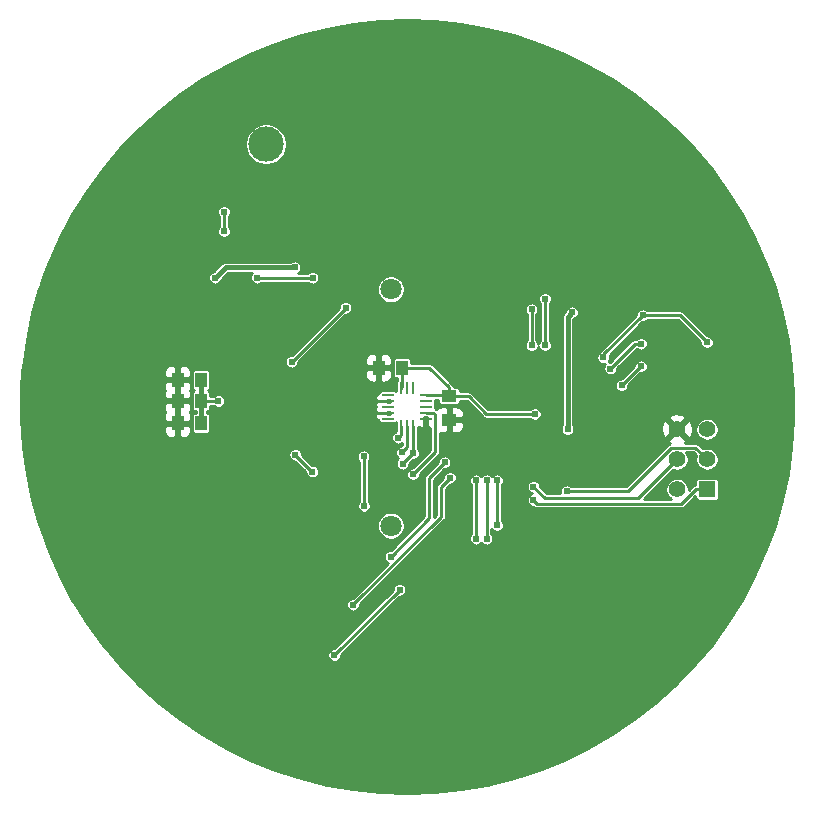
<source format=gbr>
G04 #@! TF.GenerationSoftware,KiCad,Pcbnew,5.1.4-e60b266~84~ubuntu18.04.1*
G04 #@! TF.CreationDate,2019-12-09T21:46:42-05:00*
G04 #@! TF.ProjectId,Accelerometer_Module,41636365-6c65-4726-9f6d-657465725f4d,rev?*
G04 #@! TF.SameCoordinates,Original*
G04 #@! TF.FileFunction,Copper,L2,Bot*
G04 #@! TF.FilePolarity,Positive*
%FSLAX46Y46*%
G04 Gerber Fmt 4.6, Leading zero omitted, Abs format (unit mm)*
G04 Created by KiCad (PCBNEW 5.1.4-e60b266~84~ubuntu18.04.1) date 2019-12-09 21:46:42*
%MOMM*%
%LPD*%
G04 APERTURE LIST*
%ADD10C,1.800000*%
%ADD11R,1.016000X0.254000*%
%ADD12R,0.254000X1.016000*%
%ADD13R,1.000000X1.250000*%
%ADD14R,1.250000X1.000000*%
%ADD15R,1.400000X1.400000*%
%ADD16C,1.400000*%
%ADD17C,0.800000*%
%ADD18C,0.609600*%
%ADD19C,3.000000*%
%ADD20C,0.250000*%
%ADD21C,0.381000*%
%ADD22C,0.254000*%
G04 APERTURE END LIST*
D10*
X71273000Y-127921000D03*
X71273000Y-107921000D03*
D11*
X74244200Y-116855999D03*
X74244200Y-117356001D03*
X74244200Y-117856000D03*
X74244200Y-118355999D03*
X74244200Y-118856001D03*
D12*
X73143999Y-119456200D03*
X72644000Y-119456200D03*
X72144001Y-119456200D03*
D11*
X71043800Y-118856001D03*
X71043800Y-118355999D03*
X71043800Y-117856000D03*
X71043800Y-117356001D03*
X71043800Y-116855999D03*
D12*
X72144001Y-116255800D03*
X72644000Y-116255800D03*
X73143999Y-116255800D03*
D13*
X70231000Y-114554000D03*
X72231000Y-114554000D03*
D14*
X76200000Y-118967000D03*
X76200000Y-116967000D03*
D13*
X53213000Y-117348000D03*
X55213000Y-117348000D03*
X55213000Y-119253000D03*
X53213000Y-119253000D03*
X55213000Y-115570000D03*
X53213000Y-115570000D03*
D15*
X98044000Y-124841000D03*
D16*
X95504000Y-124841000D03*
X98044000Y-122301000D03*
X95504000Y-122301000D03*
X98044000Y-119761000D03*
X95504000Y-119761000D03*
D17*
X94759780Y-100906580D03*
X94724220Y-97571560D03*
X94759780Y-105742740D03*
X94759780Y-103642160D03*
X75445620Y-88712040D03*
X72616060Y-88699340D03*
X69646800Y-88737440D03*
X66492120Y-88737440D03*
X66428620Y-90535760D03*
X66415920Y-93416120D03*
X91894660Y-107096560D03*
D18*
X48641000Y-102108000D03*
X75438000Y-112649000D03*
X49260500Y-99933500D03*
X57150000Y-94615000D03*
X80764000Y-106807000D03*
X87780259Y-119391630D03*
X62357000Y-99568000D03*
X74422000Y-146304000D03*
X77597000Y-146304000D03*
X60960000Y-120269000D03*
X61444000Y-112371000D03*
X77724000Y-126619000D03*
D19*
X60706000Y-91059000D03*
D18*
X60071000Y-136398000D03*
X89068000Y-136439000D03*
X86233000Y-119761000D03*
X63119000Y-106045000D03*
X56388000Y-106934000D03*
X86614000Y-109855000D03*
X83462258Y-118467742D03*
X56665000Y-117371000D03*
D19*
X60706000Y-95631000D03*
D18*
X83344102Y-125762102D03*
X72211691Y-121717309D03*
X86147407Y-125009407D03*
X73152000Y-123571000D03*
X64612875Y-123347125D03*
X63185750Y-121920000D03*
X83349917Y-124624917D03*
X73152000Y-121793000D03*
X72263000Y-122682000D03*
X92583000Y-110109000D03*
X89259231Y-113686769D03*
X98044000Y-112395000D03*
X71247000Y-130556000D03*
X75819000Y-122555000D03*
X84328000Y-112649000D03*
X84328000Y-108712000D03*
X64643000Y-106934000D03*
X59944000Y-106934000D03*
X83185000Y-112649000D03*
X67437000Y-109474000D03*
X83185000Y-109601000D03*
X68994000Y-126271000D03*
X68961000Y-122047000D03*
X62865000Y-114046000D03*
X79375000Y-124079000D03*
X79375000Y-129032000D03*
X68072000Y-134620000D03*
X76275691Y-123876309D03*
X71882000Y-120480201D03*
X92456000Y-112522000D03*
X89843432Y-114626568D03*
X57150000Y-102997000D03*
X57150000Y-101346000D03*
X92456000Y-114427000D03*
X90806461Y-116037002D03*
X78486000Y-124079000D03*
X78486000Y-129032000D03*
X80264000Y-124079000D03*
X66484500Y-138874500D03*
X72009000Y-133350000D03*
X80264000Y-127889000D03*
D20*
X94724220Y-97571560D02*
X94724220Y-100871020D01*
X94724220Y-100871020D02*
X94759780Y-100906580D01*
X94759780Y-105177055D02*
X94762320Y-105174515D01*
X94759780Y-105742740D02*
X94759780Y-105177055D01*
X94762320Y-103644700D02*
X94759780Y-103642160D01*
X94762320Y-105174515D02*
X94762320Y-103644700D01*
D21*
X75445620Y-88712040D02*
X72628760Y-88712040D01*
X72628760Y-88712040D02*
X72616060Y-88699340D01*
X69646800Y-88737440D02*
X69081115Y-88737440D01*
X69081115Y-88737440D02*
X66492120Y-88737440D01*
X66428620Y-90535760D02*
X66428620Y-93403420D01*
X66428620Y-93403420D02*
X66415920Y-93416120D01*
X53213000Y-115570000D02*
X53213000Y-119253000D01*
D22*
X70603999Y-117356001D02*
X70595998Y-117348000D01*
X71043800Y-117356001D02*
X70603999Y-117356001D01*
X70595998Y-117348000D02*
X69723000Y-117348000D01*
X71043800Y-118355999D02*
X69731001Y-118355999D01*
X74244200Y-119237001D02*
X74168000Y-119313201D01*
X74168000Y-119313201D02*
X74168000Y-120396000D01*
D21*
X53213000Y-115570000D02*
X53213000Y-114564000D01*
X53213000Y-114564000D02*
X53213000Y-114173000D01*
X53213000Y-114173000D02*
X53213000Y-114173000D01*
D22*
X74244200Y-118856001D02*
X74244200Y-119237001D01*
X72231000Y-116168801D02*
X72144001Y-116255800D01*
X72231000Y-114554000D02*
X72231000Y-116168801D01*
D21*
X86233000Y-119761000D02*
X86233000Y-119761000D01*
X86233000Y-110236000D02*
X86614000Y-109855000D01*
X86233000Y-119761000D02*
X86233000Y-110236000D01*
D22*
X76088999Y-116855999D02*
X74244200Y-116855999D01*
X76200000Y-116967000D02*
X76088999Y-116855999D01*
X72985000Y-114554000D02*
X72231000Y-114554000D01*
X74541000Y-114554000D02*
X72985000Y-114554000D01*
X76200000Y-116213000D02*
X74541000Y-114554000D01*
X76200000Y-116967000D02*
X76200000Y-116213000D01*
X83462258Y-118467742D02*
X79351742Y-118467742D01*
X77851000Y-116967000D02*
X76200000Y-116967000D01*
X79351742Y-118467742D02*
X77851000Y-116967000D01*
D21*
X55213000Y-119253000D02*
X55213000Y-115570000D01*
X57277000Y-106045000D02*
X56388000Y-106934000D01*
X63119000Y-106045000D02*
X57277000Y-106045000D01*
D22*
X56642000Y-117348000D02*
X56665000Y-117371000D01*
X55213000Y-117348000D02*
X56642000Y-117348000D01*
X97090000Y-124841000D02*
X98044000Y-124841000D01*
X95864099Y-126066901D02*
X97090000Y-124841000D01*
X83648901Y-126066901D02*
X95864099Y-126066901D01*
X83344102Y-125762102D02*
X83648901Y-126066901D01*
X72211691Y-121717309D02*
X72644000Y-121285000D01*
X72644000Y-121285000D02*
X72644000Y-119456200D01*
X74252201Y-118364000D02*
X74244200Y-118355999D01*
X91346079Y-125009407D02*
X86578459Y-125009407D01*
X95033887Y-121321599D02*
X91346079Y-125009407D01*
X97064599Y-121321599D02*
X95033887Y-121321599D01*
X86578459Y-125009407D02*
X86147407Y-125009407D01*
X98044000Y-122301000D02*
X97064599Y-121321599D01*
X75031601Y-118505480D02*
X75031601Y-121588781D01*
X74882120Y-118355999D02*
X75031601Y-118505480D01*
X74244200Y-118355999D02*
X74882120Y-118355999D01*
X75031601Y-121588781D02*
X75031601Y-121691399D01*
X75031601Y-121691399D02*
X73152000Y-123571000D01*
X73152000Y-123571000D02*
X73152000Y-123571000D01*
X64612875Y-123347125D02*
X63185750Y-121920000D01*
X63185750Y-121920000D02*
X63185750Y-121920000D01*
X94804001Y-123000999D02*
X95504000Y-122301000D01*
X84318608Y-125593608D02*
X92211392Y-125593608D01*
X92211392Y-125593608D02*
X94804001Y-123000999D01*
X83349917Y-124624917D02*
X84318608Y-125593608D01*
X73143999Y-119456200D02*
X73143999Y-121801001D01*
X73152000Y-121793000D02*
X72643490Y-122301510D01*
X72643490Y-122301510D02*
X72390000Y-122555000D01*
X72390000Y-122555000D02*
X72263000Y-122682000D01*
X72263000Y-122682000D02*
X72263000Y-122682000D01*
X89259231Y-113432769D02*
X89259231Y-113686769D01*
X92583000Y-110109000D02*
X89259231Y-113432769D01*
X95758000Y-110109000D02*
X92583000Y-110109000D01*
X98044000Y-112395000D02*
X98044000Y-112395000D01*
X98044000Y-112395000D02*
X95758000Y-110109000D01*
X74498201Y-127304799D02*
X71247000Y-130556000D01*
X74498201Y-123875799D02*
X75819000Y-122555000D01*
X74498201Y-127304799D02*
X74498201Y-123875799D01*
X84328000Y-108712000D02*
X84328000Y-112649000D01*
X64643000Y-106934000D02*
X59944000Y-106934000D01*
X59944000Y-106934000D02*
X59944000Y-106934000D01*
X67437000Y-109474000D02*
X67437000Y-109474000D01*
X83185000Y-110032052D02*
X83185000Y-112649000D01*
X83185000Y-109601000D02*
X83185000Y-110032052D01*
X68994000Y-122080000D02*
X68961000Y-122047000D01*
X68994000Y-126271000D02*
X68994000Y-122080000D01*
X67437000Y-109474000D02*
X62865000Y-114046000D01*
X62865000Y-114046000D02*
X62865000Y-114046000D01*
X79375000Y-124079000D02*
X79375000Y-129032000D01*
X72136000Y-119464201D02*
X72144001Y-119456200D01*
X72144001Y-119456200D02*
X72144001Y-119625999D01*
X75501500Y-127166118D02*
X75501500Y-124650500D01*
X75501500Y-124650500D02*
X76275691Y-123876309D01*
X68072000Y-134747000D02*
X68072000Y-134595618D01*
X68072000Y-134595618D02*
X75501500Y-127166118D01*
X72144001Y-120218200D02*
X71882000Y-120480201D01*
X72144001Y-119456200D02*
X72144001Y-120218200D01*
X71882000Y-120480201D02*
X71882000Y-120480201D01*
X91948000Y-112522000D02*
X89843432Y-114626568D01*
X92456000Y-112522000D02*
X91948000Y-112522000D01*
X57150000Y-101346000D02*
X57150000Y-102997000D01*
X92416463Y-114427000D02*
X90806461Y-116037002D01*
X92456000Y-114427000D02*
X92416463Y-114427000D01*
X78486000Y-129032000D02*
X78486000Y-124079000D01*
X72009000Y-133350000D02*
X66484500Y-138874500D01*
X80264000Y-124079000D02*
X80264000Y-127889000D01*
G36*
X74926067Y-85220929D02*
G01*
X77197015Y-85459615D01*
X79445782Y-85856133D01*
X81661411Y-86408551D01*
X83833108Y-87114179D01*
X85950293Y-87969577D01*
X88002651Y-88970579D01*
X89980183Y-90112308D01*
X91873255Y-91389201D01*
X93672644Y-92795038D01*
X95369584Y-94322969D01*
X96955807Y-95965551D01*
X98423585Y-97714781D01*
X99765768Y-99562137D01*
X100975816Y-101498619D01*
X102047834Y-103514792D01*
X102976600Y-105600834D01*
X103757589Y-107746582D01*
X104386995Y-109941583D01*
X104861752Y-112175141D01*
X105179548Y-114436376D01*
X105338834Y-116714271D01*
X105338834Y-118997729D01*
X105179548Y-121275624D01*
X104861752Y-123536859D01*
X104386995Y-125770417D01*
X103757589Y-127965418D01*
X102976600Y-130111166D01*
X102047834Y-132197208D01*
X100975816Y-134213381D01*
X99765768Y-136149863D01*
X98423585Y-137997219D01*
X96955807Y-139746449D01*
X95369584Y-141389031D01*
X93672644Y-142916962D01*
X91873255Y-144322799D01*
X89980183Y-145599692D01*
X88002651Y-146741421D01*
X85950293Y-147742423D01*
X83833108Y-148597821D01*
X81661411Y-149303449D01*
X79445782Y-149855867D01*
X77197015Y-150252385D01*
X74926067Y-150491071D01*
X72644000Y-150570763D01*
X70361933Y-150491071D01*
X68090985Y-150252385D01*
X65842218Y-149855867D01*
X63626589Y-149303449D01*
X61454892Y-148597821D01*
X59337707Y-147742423D01*
X57285349Y-146741421D01*
X55307817Y-145599692D01*
X53414745Y-144322799D01*
X51615356Y-142916962D01*
X49918416Y-141389031D01*
X48332193Y-139746449D01*
X47552261Y-138816961D01*
X65900300Y-138816961D01*
X65900300Y-138932039D01*
X65922750Y-139044905D01*
X65966788Y-139151223D01*
X66030722Y-139246906D01*
X66112094Y-139328278D01*
X66207777Y-139392212D01*
X66314095Y-139436250D01*
X66426961Y-139458700D01*
X66542039Y-139458700D01*
X66654905Y-139436250D01*
X66761223Y-139392212D01*
X66856906Y-139328278D01*
X66938278Y-139246906D01*
X67002212Y-139151223D01*
X67046250Y-139044905D01*
X67068700Y-138932039D01*
X67068700Y-138865036D01*
X71999537Y-133934200D01*
X72066539Y-133934200D01*
X72179405Y-133911750D01*
X72285723Y-133867712D01*
X72381406Y-133803778D01*
X72462778Y-133722406D01*
X72526712Y-133626723D01*
X72570750Y-133520405D01*
X72593200Y-133407539D01*
X72593200Y-133292461D01*
X72570750Y-133179595D01*
X72526712Y-133073277D01*
X72462778Y-132977594D01*
X72381406Y-132896222D01*
X72285723Y-132832288D01*
X72179405Y-132788250D01*
X72066539Y-132765800D01*
X71951461Y-132765800D01*
X71838595Y-132788250D01*
X71732277Y-132832288D01*
X71636594Y-132896222D01*
X71555222Y-132977594D01*
X71491288Y-133073277D01*
X71447250Y-133179595D01*
X71424800Y-133292461D01*
X71424800Y-133359463D01*
X66493964Y-138290300D01*
X66426961Y-138290300D01*
X66314095Y-138312750D01*
X66207777Y-138356788D01*
X66112094Y-138420722D01*
X66030722Y-138502094D01*
X65966788Y-138597777D01*
X65922750Y-138704095D01*
X65900300Y-138816961D01*
X47552261Y-138816961D01*
X46864415Y-137997219D01*
X45522232Y-136149863D01*
X44530314Y-134562461D01*
X67487800Y-134562461D01*
X67487800Y-134677539D01*
X67510250Y-134790405D01*
X67554288Y-134896723D01*
X67618222Y-134992406D01*
X67699594Y-135073778D01*
X67795277Y-135137712D01*
X67901595Y-135181750D01*
X68014461Y-135204200D01*
X68129539Y-135204200D01*
X68242405Y-135181750D01*
X68348723Y-135137712D01*
X68444406Y-135073778D01*
X68525778Y-134992406D01*
X68589712Y-134896723D01*
X68633750Y-134790405D01*
X68656200Y-134677539D01*
X68656200Y-134586154D01*
X75774761Y-127467594D01*
X75790258Y-127454876D01*
X75802977Y-127439378D01*
X75802982Y-127439373D01*
X75820217Y-127418372D01*
X75841044Y-127392994D01*
X75878781Y-127322393D01*
X75902019Y-127245786D01*
X75907900Y-127186078D01*
X75907900Y-127186071D01*
X75909865Y-127166118D01*
X75907900Y-127146165D01*
X75907900Y-124818836D01*
X76266227Y-124460509D01*
X76333230Y-124460509D01*
X76446096Y-124438059D01*
X76552414Y-124394021D01*
X76648097Y-124330087D01*
X76729469Y-124248715D01*
X76793403Y-124153032D01*
X76837441Y-124046714D01*
X76842464Y-124021461D01*
X77901800Y-124021461D01*
X77901800Y-124136539D01*
X77924250Y-124249405D01*
X77968288Y-124355723D01*
X78032222Y-124451406D01*
X78079601Y-124498785D01*
X78079600Y-128612216D01*
X78032222Y-128659594D01*
X77968288Y-128755277D01*
X77924250Y-128861595D01*
X77901800Y-128974461D01*
X77901800Y-129089539D01*
X77924250Y-129202405D01*
X77968288Y-129308723D01*
X78032222Y-129404406D01*
X78113594Y-129485778D01*
X78209277Y-129549712D01*
X78315595Y-129593750D01*
X78428461Y-129616200D01*
X78543539Y-129616200D01*
X78656405Y-129593750D01*
X78762723Y-129549712D01*
X78858406Y-129485778D01*
X78930500Y-129413684D01*
X79002594Y-129485778D01*
X79098277Y-129549712D01*
X79204595Y-129593750D01*
X79317461Y-129616200D01*
X79432539Y-129616200D01*
X79545405Y-129593750D01*
X79651723Y-129549712D01*
X79747406Y-129485778D01*
X79828778Y-129404406D01*
X79892712Y-129308723D01*
X79936750Y-129202405D01*
X79959200Y-129089539D01*
X79959200Y-128974461D01*
X79936750Y-128861595D01*
X79892712Y-128755277D01*
X79828778Y-128659594D01*
X79781400Y-128612216D01*
X79781400Y-128218271D01*
X79810222Y-128261406D01*
X79891594Y-128342778D01*
X79987277Y-128406712D01*
X80093595Y-128450750D01*
X80206461Y-128473200D01*
X80321539Y-128473200D01*
X80434405Y-128450750D01*
X80540723Y-128406712D01*
X80636406Y-128342778D01*
X80717778Y-128261406D01*
X80781712Y-128165723D01*
X80825750Y-128059405D01*
X80848200Y-127946539D01*
X80848200Y-127831461D01*
X80825750Y-127718595D01*
X80781712Y-127612277D01*
X80717778Y-127516594D01*
X80670400Y-127469216D01*
X80670400Y-125704563D01*
X82759902Y-125704563D01*
X82759902Y-125819641D01*
X82782352Y-125932507D01*
X82826390Y-126038825D01*
X82890324Y-126134508D01*
X82971696Y-126215880D01*
X83067379Y-126279814D01*
X83173697Y-126323852D01*
X83286563Y-126346302D01*
X83352464Y-126346302D01*
X83360143Y-126355659D01*
X83375641Y-126368378D01*
X83375646Y-126368383D01*
X83396647Y-126385618D01*
X83422025Y-126406445D01*
X83487431Y-126441405D01*
X83492626Y-126444182D01*
X83569232Y-126467420D01*
X83576505Y-126468136D01*
X83628941Y-126473301D01*
X83628948Y-126473301D01*
X83648901Y-126475266D01*
X83668854Y-126473301D01*
X95844146Y-126473301D01*
X95864099Y-126475266D01*
X95884052Y-126473301D01*
X95884059Y-126473301D01*
X95943767Y-126467420D01*
X96020374Y-126444182D01*
X96090975Y-126406445D01*
X96152857Y-126355659D01*
X96165581Y-126340155D01*
X97063249Y-125442488D01*
X97063249Y-125541000D01*
X97068644Y-125595772D01*
X97084620Y-125648439D01*
X97110564Y-125696977D01*
X97145479Y-125739521D01*
X97188023Y-125774436D01*
X97236561Y-125800380D01*
X97289228Y-125816356D01*
X97344000Y-125821751D01*
X98744000Y-125821751D01*
X98798772Y-125816356D01*
X98851439Y-125800380D01*
X98899977Y-125774436D01*
X98942521Y-125739521D01*
X98977436Y-125696977D01*
X99003380Y-125648439D01*
X99019356Y-125595772D01*
X99024751Y-125541000D01*
X99024751Y-124141000D01*
X99019356Y-124086228D01*
X99003380Y-124033561D01*
X98977436Y-123985023D01*
X98942521Y-123942479D01*
X98899977Y-123907564D01*
X98851439Y-123881620D01*
X98798772Y-123865644D01*
X98744000Y-123860249D01*
X97344000Y-123860249D01*
X97289228Y-123865644D01*
X97236561Y-123881620D01*
X97188023Y-123907564D01*
X97145479Y-123942479D01*
X97110564Y-123985023D01*
X97084620Y-124033561D01*
X97068644Y-124086228D01*
X97063249Y-124141000D01*
X97063249Y-124435269D01*
X97017604Y-124439765D01*
X97010331Y-124440481D01*
X96986675Y-124447657D01*
X96933725Y-124463719D01*
X96863124Y-124501456D01*
X96837746Y-124522283D01*
X96816745Y-124539518D01*
X96816740Y-124539523D01*
X96801242Y-124552242D01*
X96788523Y-124567741D01*
X96483400Y-124872863D01*
X96483400Y-124744538D01*
X96445762Y-124555320D01*
X96371933Y-124377080D01*
X96264750Y-124216669D01*
X96128331Y-124080250D01*
X95967920Y-123973067D01*
X95789680Y-123899238D01*
X95600462Y-123861600D01*
X95407538Y-123861600D01*
X95218320Y-123899238D01*
X95040080Y-123973067D01*
X94879669Y-124080250D01*
X94743250Y-124216669D01*
X94636067Y-124377080D01*
X94562238Y-124555320D01*
X94524600Y-124744538D01*
X94524600Y-124937462D01*
X94562238Y-125126680D01*
X94636067Y-125304920D01*
X94743250Y-125465331D01*
X94879669Y-125601750D01*
X94967596Y-125660501D01*
X92719235Y-125660501D01*
X95105483Y-123274254D01*
X95105488Y-123274248D01*
X95160800Y-123218936D01*
X95218320Y-123242762D01*
X95407538Y-123280400D01*
X95600462Y-123280400D01*
X95789680Y-123242762D01*
X95967920Y-123168933D01*
X96128331Y-123061750D01*
X96264750Y-122925331D01*
X96371933Y-122764920D01*
X96445762Y-122586680D01*
X96483400Y-122397462D01*
X96483400Y-122204538D01*
X96445762Y-122015320D01*
X96371933Y-121837080D01*
X96299048Y-121727999D01*
X96896263Y-121727999D01*
X97126064Y-121957800D01*
X97102238Y-122015320D01*
X97064600Y-122204538D01*
X97064600Y-122397462D01*
X97102238Y-122586680D01*
X97176067Y-122764920D01*
X97283250Y-122925331D01*
X97419669Y-123061750D01*
X97580080Y-123168933D01*
X97758320Y-123242762D01*
X97947538Y-123280400D01*
X98140462Y-123280400D01*
X98329680Y-123242762D01*
X98507920Y-123168933D01*
X98668331Y-123061750D01*
X98804750Y-122925331D01*
X98911933Y-122764920D01*
X98985762Y-122586680D01*
X99023400Y-122397462D01*
X99023400Y-122204538D01*
X98985762Y-122015320D01*
X98911933Y-121837080D01*
X98804750Y-121676669D01*
X98668331Y-121540250D01*
X98507920Y-121433067D01*
X98329680Y-121359238D01*
X98140462Y-121321600D01*
X97947538Y-121321600D01*
X97758320Y-121359238D01*
X97700800Y-121383064D01*
X97366081Y-121048345D01*
X97353357Y-121032841D01*
X97291475Y-120982055D01*
X97220874Y-120944318D01*
X97144267Y-120921080D01*
X97084559Y-120915199D01*
X97084552Y-120915199D01*
X97064599Y-120913234D01*
X97044646Y-120915199D01*
X96186416Y-120915199D01*
X96245664Y-120682269D01*
X95504000Y-119940605D01*
X94762336Y-120682269D01*
X94821797Y-120916037D01*
X94880634Y-120943401D01*
X94877612Y-120944318D01*
X94807011Y-120982055D01*
X94745129Y-121032841D01*
X94732405Y-121048345D01*
X91177743Y-124603007D01*
X86567191Y-124603007D01*
X86519813Y-124555629D01*
X86424130Y-124491695D01*
X86317812Y-124447657D01*
X86204946Y-124425207D01*
X86089868Y-124425207D01*
X85977002Y-124447657D01*
X85870684Y-124491695D01*
X85775001Y-124555629D01*
X85693629Y-124637001D01*
X85629695Y-124732684D01*
X85585657Y-124839002D01*
X85563207Y-124951868D01*
X85563207Y-125066946D01*
X85585657Y-125179812D01*
X85588720Y-125187208D01*
X84486945Y-125187208D01*
X83934117Y-124634381D01*
X83934117Y-124567378D01*
X83911667Y-124454512D01*
X83867629Y-124348194D01*
X83803695Y-124252511D01*
X83722323Y-124171139D01*
X83626640Y-124107205D01*
X83520322Y-124063167D01*
X83407456Y-124040717D01*
X83292378Y-124040717D01*
X83179512Y-124063167D01*
X83073194Y-124107205D01*
X82977511Y-124171139D01*
X82896139Y-124252511D01*
X82832205Y-124348194D01*
X82788167Y-124454512D01*
X82765717Y-124567378D01*
X82765717Y-124682456D01*
X82788167Y-124795322D01*
X82832205Y-124901640D01*
X82896139Y-124997323D01*
X82977511Y-125078695D01*
X83073194Y-125142629D01*
X83179512Y-125186667D01*
X83211005Y-125192931D01*
X83173697Y-125200352D01*
X83067379Y-125244390D01*
X82971696Y-125308324D01*
X82890324Y-125389696D01*
X82826390Y-125485379D01*
X82782352Y-125591697D01*
X82759902Y-125704563D01*
X80670400Y-125704563D01*
X80670400Y-124498784D01*
X80717778Y-124451406D01*
X80781712Y-124355723D01*
X80825750Y-124249405D01*
X80848200Y-124136539D01*
X80848200Y-124021461D01*
X80825750Y-123908595D01*
X80781712Y-123802277D01*
X80717778Y-123706594D01*
X80636406Y-123625222D01*
X80540723Y-123561288D01*
X80434405Y-123517250D01*
X80321539Y-123494800D01*
X80206461Y-123494800D01*
X80093595Y-123517250D01*
X79987277Y-123561288D01*
X79891594Y-123625222D01*
X79819500Y-123697316D01*
X79747406Y-123625222D01*
X79651723Y-123561288D01*
X79545405Y-123517250D01*
X79432539Y-123494800D01*
X79317461Y-123494800D01*
X79204595Y-123517250D01*
X79098277Y-123561288D01*
X79002594Y-123625222D01*
X78930500Y-123697316D01*
X78858406Y-123625222D01*
X78762723Y-123561288D01*
X78656405Y-123517250D01*
X78543539Y-123494800D01*
X78428461Y-123494800D01*
X78315595Y-123517250D01*
X78209277Y-123561288D01*
X78113594Y-123625222D01*
X78032222Y-123706594D01*
X77968288Y-123802277D01*
X77924250Y-123908595D01*
X77901800Y-124021461D01*
X76842464Y-124021461D01*
X76859891Y-123933848D01*
X76859891Y-123818770D01*
X76837441Y-123705904D01*
X76793403Y-123599586D01*
X76729469Y-123503903D01*
X76648097Y-123422531D01*
X76552414Y-123358597D01*
X76446096Y-123314559D01*
X76333230Y-123292109D01*
X76218152Y-123292109D01*
X76105286Y-123314559D01*
X75998968Y-123358597D01*
X75903285Y-123422531D01*
X75821913Y-123503903D01*
X75757979Y-123599586D01*
X75713941Y-123705904D01*
X75691491Y-123818770D01*
X75691491Y-123885773D01*
X75228241Y-124349023D01*
X75212743Y-124361742D01*
X75200024Y-124377240D01*
X75200018Y-124377246D01*
X75186252Y-124394021D01*
X75161957Y-124423624D01*
X75152947Y-124440481D01*
X75124219Y-124494226D01*
X75100981Y-124570832D01*
X75093135Y-124650500D01*
X75095101Y-124670463D01*
X75095100Y-126997781D01*
X74904601Y-127188280D01*
X74904601Y-124044135D01*
X75809537Y-123139200D01*
X75876539Y-123139200D01*
X75989405Y-123116750D01*
X76095723Y-123072712D01*
X76191406Y-123008778D01*
X76272778Y-122927406D01*
X76336712Y-122831723D01*
X76380750Y-122725405D01*
X76403200Y-122612539D01*
X76403200Y-122497461D01*
X76380750Y-122384595D01*
X76336712Y-122278277D01*
X76272778Y-122182594D01*
X76191406Y-122101222D01*
X76095723Y-122037288D01*
X75989405Y-121993250D01*
X75876539Y-121970800D01*
X75761461Y-121970800D01*
X75648595Y-121993250D01*
X75542277Y-122037288D01*
X75446594Y-122101222D01*
X75365222Y-122182594D01*
X75301288Y-122278277D01*
X75257250Y-122384595D01*
X75234800Y-122497461D01*
X75234800Y-122564463D01*
X74224942Y-123574322D01*
X74209444Y-123587041D01*
X74196725Y-123602539D01*
X74196719Y-123602545D01*
X74179237Y-123623848D01*
X74158658Y-123648923D01*
X74147053Y-123670634D01*
X74120920Y-123719525D01*
X74097682Y-123796131D01*
X74089836Y-123875799D01*
X74091802Y-123895762D01*
X74091801Y-127136462D01*
X71256464Y-129971800D01*
X71189461Y-129971800D01*
X71076595Y-129994250D01*
X70970277Y-130038288D01*
X70874594Y-130102222D01*
X70793222Y-130183594D01*
X70729288Y-130279277D01*
X70685250Y-130385595D01*
X70662800Y-130498461D01*
X70662800Y-130613539D01*
X70685250Y-130726405D01*
X70729288Y-130832723D01*
X70793222Y-130928406D01*
X70874594Y-131009778D01*
X70970277Y-131073712D01*
X71004849Y-131088032D01*
X68057082Y-134035800D01*
X68014461Y-134035800D01*
X67901595Y-134058250D01*
X67795277Y-134102288D01*
X67699594Y-134166222D01*
X67618222Y-134247594D01*
X67554288Y-134343277D01*
X67510250Y-134449595D01*
X67487800Y-134562461D01*
X44530314Y-134562461D01*
X44312184Y-134213381D01*
X43240166Y-132197208D01*
X42311400Y-130111166D01*
X41530411Y-127965418D01*
X41484366Y-127804839D01*
X70093600Y-127804839D01*
X70093600Y-128037161D01*
X70138923Y-128265018D01*
X70227829Y-128479656D01*
X70356900Y-128672824D01*
X70521176Y-128837100D01*
X70714344Y-128966171D01*
X70928982Y-129055077D01*
X71156839Y-129100400D01*
X71389161Y-129100400D01*
X71617018Y-129055077D01*
X71831656Y-128966171D01*
X72024824Y-128837100D01*
X72189100Y-128672824D01*
X72318171Y-128479656D01*
X72407077Y-128265018D01*
X72452400Y-128037161D01*
X72452400Y-127804839D01*
X72407077Y-127576982D01*
X72318171Y-127362344D01*
X72189100Y-127169176D01*
X72024824Y-127004900D01*
X71831656Y-126875829D01*
X71617018Y-126786923D01*
X71389161Y-126741600D01*
X71156839Y-126741600D01*
X70928982Y-126786923D01*
X70714344Y-126875829D01*
X70521176Y-127004900D01*
X70356900Y-127169176D01*
X70227829Y-127362344D01*
X70138923Y-127576982D01*
X70093600Y-127804839D01*
X41484366Y-127804839D01*
X40901005Y-125770417D01*
X40426248Y-123536859D01*
X40190927Y-121862461D01*
X62601550Y-121862461D01*
X62601550Y-121977539D01*
X62624000Y-122090405D01*
X62668038Y-122196723D01*
X62731972Y-122292406D01*
X62813344Y-122373778D01*
X62909027Y-122437712D01*
X63015345Y-122481750D01*
X63128211Y-122504200D01*
X63195214Y-122504200D01*
X64028675Y-123337662D01*
X64028675Y-123404664D01*
X64051125Y-123517530D01*
X64095163Y-123623848D01*
X64159097Y-123719531D01*
X64240469Y-123800903D01*
X64336152Y-123864837D01*
X64442470Y-123908875D01*
X64555336Y-123931325D01*
X64670414Y-123931325D01*
X64783280Y-123908875D01*
X64889598Y-123864837D01*
X64985281Y-123800903D01*
X65066653Y-123719531D01*
X65130587Y-123623848D01*
X65174625Y-123517530D01*
X65197075Y-123404664D01*
X65197075Y-123289586D01*
X65174625Y-123176720D01*
X65130587Y-123070402D01*
X65066653Y-122974719D01*
X64985281Y-122893347D01*
X64889598Y-122829413D01*
X64783280Y-122785375D01*
X64670414Y-122762925D01*
X64603412Y-122762925D01*
X63829948Y-121989461D01*
X68376800Y-121989461D01*
X68376800Y-122104539D01*
X68399250Y-122217405D01*
X68443288Y-122323723D01*
X68507222Y-122419406D01*
X68587601Y-122499785D01*
X68587600Y-125851216D01*
X68540222Y-125898594D01*
X68476288Y-125994277D01*
X68432250Y-126100595D01*
X68409800Y-126213461D01*
X68409800Y-126328539D01*
X68432250Y-126441405D01*
X68476288Y-126547723D01*
X68540222Y-126643406D01*
X68621594Y-126724778D01*
X68717277Y-126788712D01*
X68823595Y-126832750D01*
X68936461Y-126855200D01*
X69051539Y-126855200D01*
X69164405Y-126832750D01*
X69270723Y-126788712D01*
X69366406Y-126724778D01*
X69447778Y-126643406D01*
X69511712Y-126547723D01*
X69555750Y-126441405D01*
X69578200Y-126328539D01*
X69578200Y-126213461D01*
X69555750Y-126100595D01*
X69511712Y-125994277D01*
X69447778Y-125898594D01*
X69400400Y-125851216D01*
X69400400Y-122433784D01*
X69414778Y-122419406D01*
X69478712Y-122323723D01*
X69522750Y-122217405D01*
X69545200Y-122104539D01*
X69545200Y-121989461D01*
X69522750Y-121876595D01*
X69478712Y-121770277D01*
X69414778Y-121674594D01*
X69333406Y-121593222D01*
X69237723Y-121529288D01*
X69131405Y-121485250D01*
X69018539Y-121462800D01*
X68903461Y-121462800D01*
X68790595Y-121485250D01*
X68684277Y-121529288D01*
X68588594Y-121593222D01*
X68507222Y-121674594D01*
X68443288Y-121770277D01*
X68399250Y-121876595D01*
X68376800Y-121989461D01*
X63829948Y-121989461D01*
X63769950Y-121929464D01*
X63769950Y-121862461D01*
X63747500Y-121749595D01*
X63703462Y-121643277D01*
X63639528Y-121547594D01*
X63558156Y-121466222D01*
X63462473Y-121402288D01*
X63356155Y-121358250D01*
X63243289Y-121335800D01*
X63128211Y-121335800D01*
X63015345Y-121358250D01*
X62909027Y-121402288D01*
X62813344Y-121466222D01*
X62731972Y-121547594D01*
X62668038Y-121643277D01*
X62624000Y-121749595D01*
X62601550Y-121862461D01*
X40190927Y-121862461D01*
X40108452Y-121275624D01*
X40010721Y-119878000D01*
X52074928Y-119878000D01*
X52087188Y-120002482D01*
X52123498Y-120122180D01*
X52182463Y-120232494D01*
X52261815Y-120329185D01*
X52358506Y-120408537D01*
X52468820Y-120467502D01*
X52588518Y-120503812D01*
X52713000Y-120516072D01*
X52927250Y-120513000D01*
X53086000Y-120354250D01*
X53086000Y-119380000D01*
X53340000Y-119380000D01*
X53340000Y-120354250D01*
X53498750Y-120513000D01*
X53713000Y-120516072D01*
X53837482Y-120503812D01*
X53957180Y-120467502D01*
X54067494Y-120408537D01*
X54164185Y-120329185D01*
X54243537Y-120232494D01*
X54302502Y-120122180D01*
X54338812Y-120002482D01*
X54351072Y-119878000D01*
X54348000Y-119538750D01*
X54189250Y-119380000D01*
X53340000Y-119380000D01*
X53086000Y-119380000D01*
X52236750Y-119380000D01*
X52078000Y-119538750D01*
X52074928Y-119878000D01*
X40010721Y-119878000D01*
X39949166Y-118997729D01*
X39949166Y-117973000D01*
X52074928Y-117973000D01*
X52087188Y-118097482D01*
X52123498Y-118217180D01*
X52168034Y-118300500D01*
X52123498Y-118383820D01*
X52087188Y-118503518D01*
X52074928Y-118628000D01*
X52078000Y-118967250D01*
X52236750Y-119126000D01*
X53086000Y-119126000D01*
X53086000Y-117475000D01*
X53340000Y-117475000D01*
X53340000Y-119126000D01*
X54189250Y-119126000D01*
X54348000Y-118967250D01*
X54351072Y-118628000D01*
X54338812Y-118503518D01*
X54302502Y-118383820D01*
X54257966Y-118300500D01*
X54302502Y-118217180D01*
X54338812Y-118097482D01*
X54351072Y-117973000D01*
X54348000Y-117633750D01*
X54189250Y-117475000D01*
X53340000Y-117475000D01*
X53086000Y-117475000D01*
X52236750Y-117475000D01*
X52078000Y-117633750D01*
X52074928Y-117973000D01*
X39949166Y-117973000D01*
X39949166Y-116714271D01*
X39985476Y-116195000D01*
X52074928Y-116195000D01*
X52087188Y-116319482D01*
X52123498Y-116439180D01*
X52134092Y-116459000D01*
X52123498Y-116478820D01*
X52087188Y-116598518D01*
X52074928Y-116723000D01*
X52078000Y-117062250D01*
X52236750Y-117221000D01*
X53086000Y-117221000D01*
X53086000Y-115697000D01*
X53340000Y-115697000D01*
X53340000Y-117221000D01*
X54189250Y-117221000D01*
X54348000Y-117062250D01*
X54351072Y-116723000D01*
X54338812Y-116598518D01*
X54302502Y-116478820D01*
X54291908Y-116459000D01*
X54302502Y-116439180D01*
X54338812Y-116319482D01*
X54351072Y-116195000D01*
X54348000Y-115855750D01*
X54189250Y-115697000D01*
X53340000Y-115697000D01*
X53086000Y-115697000D01*
X52236750Y-115697000D01*
X52078000Y-115855750D01*
X52074928Y-116195000D01*
X39985476Y-116195000D01*
X40072885Y-114945000D01*
X52074928Y-114945000D01*
X52078000Y-115284250D01*
X52236750Y-115443000D01*
X53086000Y-115443000D01*
X53086000Y-114468750D01*
X53340000Y-114468750D01*
X53340000Y-115443000D01*
X54189250Y-115443000D01*
X54348000Y-115284250D01*
X54351072Y-114945000D01*
X54432249Y-114945000D01*
X54432249Y-116195000D01*
X54437644Y-116249772D01*
X54453620Y-116302439D01*
X54479564Y-116350977D01*
X54514479Y-116393521D01*
X54557023Y-116428436D01*
X54605561Y-116454380D01*
X54620791Y-116459000D01*
X54605561Y-116463620D01*
X54557023Y-116489564D01*
X54514479Y-116524479D01*
X54479564Y-116567023D01*
X54453620Y-116615561D01*
X54437644Y-116668228D01*
X54432249Y-116723000D01*
X54432249Y-117973000D01*
X54437644Y-118027772D01*
X54453620Y-118080439D01*
X54479564Y-118128977D01*
X54514479Y-118171521D01*
X54557023Y-118206436D01*
X54605561Y-118232380D01*
X54658228Y-118248356D01*
X54713000Y-118253751D01*
X54743100Y-118253751D01*
X54743100Y-118347249D01*
X54713000Y-118347249D01*
X54658228Y-118352644D01*
X54605561Y-118368620D01*
X54557023Y-118394564D01*
X54514479Y-118429479D01*
X54479564Y-118472023D01*
X54453620Y-118520561D01*
X54437644Y-118573228D01*
X54432249Y-118628000D01*
X54432249Y-119878000D01*
X54437644Y-119932772D01*
X54453620Y-119985439D01*
X54479564Y-120033977D01*
X54514479Y-120076521D01*
X54557023Y-120111436D01*
X54605561Y-120137380D01*
X54658228Y-120153356D01*
X54713000Y-120158751D01*
X55713000Y-120158751D01*
X55767772Y-120153356D01*
X55820439Y-120137380D01*
X55868977Y-120111436D01*
X55911521Y-120076521D01*
X55946436Y-120033977D01*
X55972380Y-119985439D01*
X55988356Y-119932772D01*
X55993751Y-119878000D01*
X55993751Y-118628000D01*
X55988356Y-118573228D01*
X55972380Y-118520561D01*
X55946436Y-118472023D01*
X55911521Y-118429479D01*
X55868977Y-118394564D01*
X55820439Y-118368620D01*
X55767772Y-118352644D01*
X55713000Y-118347249D01*
X55682900Y-118347249D01*
X55682900Y-118253751D01*
X55713000Y-118253751D01*
X55767772Y-118248356D01*
X55820439Y-118232380D01*
X55868977Y-118206436D01*
X55911521Y-118171521D01*
X55946436Y-118128977D01*
X55972380Y-118080439D01*
X55988356Y-118027772D01*
X55993751Y-117973000D01*
X55993751Y-117754400D01*
X56222216Y-117754400D01*
X56292594Y-117824778D01*
X56388277Y-117888712D01*
X56494595Y-117932750D01*
X56607461Y-117955200D01*
X56722539Y-117955200D01*
X56835405Y-117932750D01*
X56941723Y-117888712D01*
X57037406Y-117824778D01*
X57118778Y-117743406D01*
X57182712Y-117647723D01*
X57226750Y-117541405D01*
X57249200Y-117428539D01*
X57249200Y-117313461D01*
X57226750Y-117200595D01*
X57225365Y-117197251D01*
X69900800Y-117197251D01*
X70059550Y-117356001D01*
X69900800Y-117514751D01*
X69912497Y-117619492D01*
X69951102Y-117738470D01*
X70012177Y-117847630D01*
X70019320Y-117856000D01*
X70012177Y-117864370D01*
X69951102Y-117973530D01*
X69912497Y-118092508D01*
X69900800Y-118197249D01*
X70059550Y-118355999D01*
X69900800Y-118514749D01*
X69912497Y-118619490D01*
X69951102Y-118738468D01*
X70012177Y-118847628D01*
X70093373Y-118942776D01*
X70191572Y-119020254D01*
X70266763Y-119058605D01*
X70276420Y-119090440D01*
X70302364Y-119138978D01*
X70337279Y-119181522D01*
X70379823Y-119216437D01*
X70428361Y-119242381D01*
X70481028Y-119258357D01*
X70535800Y-119263752D01*
X71551800Y-119263752D01*
X71606572Y-119258357D01*
X71659239Y-119242381D01*
X71707777Y-119216437D01*
X71736250Y-119193070D01*
X71736250Y-119381998D01*
X71735481Y-119384533D01*
X71727635Y-119464201D01*
X71735481Y-119543869D01*
X71736250Y-119546404D01*
X71736250Y-119913547D01*
X71711595Y-119918451D01*
X71605277Y-119962489D01*
X71509594Y-120026423D01*
X71428222Y-120107795D01*
X71364288Y-120203478D01*
X71320250Y-120309796D01*
X71297800Y-120422662D01*
X71297800Y-120537740D01*
X71320250Y-120650606D01*
X71364288Y-120756924D01*
X71428222Y-120852607D01*
X71509594Y-120933979D01*
X71605277Y-120997913D01*
X71711595Y-121041951D01*
X71824461Y-121064401D01*
X71939539Y-121064401D01*
X72052405Y-121041951D01*
X72158723Y-120997913D01*
X72237600Y-120945208D01*
X72237600Y-121116664D01*
X72221155Y-121133109D01*
X72154152Y-121133109D01*
X72041286Y-121155559D01*
X71934968Y-121199597D01*
X71839285Y-121263531D01*
X71757913Y-121344903D01*
X71693979Y-121440586D01*
X71649941Y-121546904D01*
X71627491Y-121659770D01*
X71627491Y-121774848D01*
X71649941Y-121887714D01*
X71693979Y-121994032D01*
X71757913Y-122089715D01*
X71839285Y-122171087D01*
X71907693Y-122216796D01*
X71890594Y-122228222D01*
X71809222Y-122309594D01*
X71745288Y-122405277D01*
X71701250Y-122511595D01*
X71678800Y-122624461D01*
X71678800Y-122739539D01*
X71701250Y-122852405D01*
X71745288Y-122958723D01*
X71809222Y-123054406D01*
X71890594Y-123135778D01*
X71986277Y-123199712D01*
X72092595Y-123243750D01*
X72205461Y-123266200D01*
X72320539Y-123266200D01*
X72433405Y-123243750D01*
X72539723Y-123199712D01*
X72635406Y-123135778D01*
X72716778Y-123054406D01*
X72780712Y-122958723D01*
X72824750Y-122852405D01*
X72847200Y-122739539D01*
X72847200Y-122672536D01*
X73142536Y-122377200D01*
X73209539Y-122377200D01*
X73322405Y-122354750D01*
X73428723Y-122310712D01*
X73524406Y-122246778D01*
X73605778Y-122165406D01*
X73669712Y-122069723D01*
X73713750Y-121963405D01*
X73736200Y-121850539D01*
X73736200Y-121735461D01*
X73713750Y-121622595D01*
X73669712Y-121516277D01*
X73605778Y-121420594D01*
X73550399Y-121365215D01*
X73550399Y-119977916D01*
X73551750Y-119964200D01*
X73551750Y-119590746D01*
X73623774Y-119611090D01*
X73748468Y-119620955D01*
X73958450Y-119618001D01*
X74117200Y-119459251D01*
X74117200Y-118763750D01*
X74169998Y-118763750D01*
X74172533Y-118764519D01*
X74252200Y-118772365D01*
X74331869Y-118764519D01*
X74334404Y-118763750D01*
X74371200Y-118763750D01*
X74371200Y-119459251D01*
X74529950Y-119618001D01*
X74625201Y-119619341D01*
X74625202Y-121523062D01*
X73161464Y-122986800D01*
X73094461Y-122986800D01*
X72981595Y-123009250D01*
X72875277Y-123053288D01*
X72779594Y-123117222D01*
X72698222Y-123198594D01*
X72634288Y-123294277D01*
X72590250Y-123400595D01*
X72567800Y-123513461D01*
X72567800Y-123628539D01*
X72590250Y-123741405D01*
X72634288Y-123847723D01*
X72698222Y-123943406D01*
X72779594Y-124024778D01*
X72875277Y-124088712D01*
X72981595Y-124132750D01*
X73094461Y-124155200D01*
X73209539Y-124155200D01*
X73322405Y-124132750D01*
X73428723Y-124088712D01*
X73524406Y-124024778D01*
X73605778Y-123943406D01*
X73669712Y-123847723D01*
X73713750Y-123741405D01*
X73736200Y-123628539D01*
X73736200Y-123561536D01*
X75304855Y-121992881D01*
X75320359Y-121980157D01*
X75371145Y-121918275D01*
X75408882Y-121847673D01*
X75430973Y-121774848D01*
X75432120Y-121771068D01*
X75436941Y-121722118D01*
X75438001Y-121711358D01*
X75438001Y-121711353D01*
X75439966Y-121691400D01*
X75438001Y-121671447D01*
X75438001Y-120089015D01*
X75450518Y-120092812D01*
X75575000Y-120105072D01*
X75914250Y-120102000D01*
X76073000Y-119943250D01*
X76073000Y-119094000D01*
X76327000Y-119094000D01*
X76327000Y-119943250D01*
X76485750Y-120102000D01*
X76825000Y-120105072D01*
X76949482Y-120092812D01*
X77069180Y-120056502D01*
X77179494Y-119997537D01*
X77276185Y-119918185D01*
X77355537Y-119821494D01*
X77414502Y-119711180D01*
X77416843Y-119703461D01*
X85648800Y-119703461D01*
X85648800Y-119818539D01*
X85671250Y-119931405D01*
X85715288Y-120037723D01*
X85779222Y-120133406D01*
X85860594Y-120214778D01*
X85956277Y-120278712D01*
X86062595Y-120322750D01*
X86175461Y-120345200D01*
X86290539Y-120345200D01*
X86403405Y-120322750D01*
X86509723Y-120278712D01*
X86605406Y-120214778D01*
X86686778Y-120133406D01*
X86750712Y-120037723D01*
X86794750Y-119931405D01*
X86813831Y-119835473D01*
X94164610Y-119835473D01*
X94204875Y-120095344D01*
X94295065Y-120342366D01*
X94348963Y-120443203D01*
X94582731Y-120502664D01*
X95324395Y-119761000D01*
X95683605Y-119761000D01*
X96425269Y-120502664D01*
X96659037Y-120443203D01*
X96769934Y-120204758D01*
X96832183Y-119949260D01*
X96843390Y-119686527D01*
X96839983Y-119664538D01*
X97064600Y-119664538D01*
X97064600Y-119857462D01*
X97102238Y-120046680D01*
X97176067Y-120224920D01*
X97283250Y-120385331D01*
X97419669Y-120521750D01*
X97580080Y-120628933D01*
X97758320Y-120702762D01*
X97947538Y-120740400D01*
X98140462Y-120740400D01*
X98329680Y-120702762D01*
X98507920Y-120628933D01*
X98668331Y-120521750D01*
X98804750Y-120385331D01*
X98911933Y-120224920D01*
X98985762Y-120046680D01*
X99023400Y-119857462D01*
X99023400Y-119664538D01*
X98985762Y-119475320D01*
X98911933Y-119297080D01*
X98804750Y-119136669D01*
X98668331Y-119000250D01*
X98507920Y-118893067D01*
X98329680Y-118819238D01*
X98140462Y-118781600D01*
X97947538Y-118781600D01*
X97758320Y-118819238D01*
X97580080Y-118893067D01*
X97419669Y-119000250D01*
X97283250Y-119136669D01*
X97176067Y-119297080D01*
X97102238Y-119475320D01*
X97064600Y-119664538D01*
X96839983Y-119664538D01*
X96803125Y-119426656D01*
X96712935Y-119179634D01*
X96659037Y-119078797D01*
X96425269Y-119019336D01*
X95683605Y-119761000D01*
X95324395Y-119761000D01*
X94582731Y-119019336D01*
X94348963Y-119078797D01*
X94238066Y-119317242D01*
X94175817Y-119572740D01*
X94164610Y-119835473D01*
X86813831Y-119835473D01*
X86817200Y-119818539D01*
X86817200Y-119703461D01*
X86794750Y-119590595D01*
X86750712Y-119484277D01*
X86702900Y-119412722D01*
X86702900Y-118839731D01*
X94762336Y-118839731D01*
X95504000Y-119581395D01*
X96245664Y-118839731D01*
X96186203Y-118605963D01*
X95947758Y-118495066D01*
X95692260Y-118432817D01*
X95429527Y-118421610D01*
X95169656Y-118461875D01*
X94922634Y-118552065D01*
X94821797Y-118605963D01*
X94762336Y-118839731D01*
X86702900Y-118839731D01*
X86702900Y-115979463D01*
X90222261Y-115979463D01*
X90222261Y-116094541D01*
X90244711Y-116207407D01*
X90288749Y-116313725D01*
X90352683Y-116409408D01*
X90434055Y-116490780D01*
X90529738Y-116554714D01*
X90636056Y-116598752D01*
X90748922Y-116621202D01*
X90864000Y-116621202D01*
X90976866Y-116598752D01*
X91083184Y-116554714D01*
X91178867Y-116490780D01*
X91260239Y-116409408D01*
X91324173Y-116313725D01*
X91368211Y-116207407D01*
X91390661Y-116094541D01*
X91390661Y-116027538D01*
X92407000Y-115011200D01*
X92513539Y-115011200D01*
X92626405Y-114988750D01*
X92732723Y-114944712D01*
X92828406Y-114880778D01*
X92909778Y-114799406D01*
X92973712Y-114703723D01*
X93017750Y-114597405D01*
X93040200Y-114484539D01*
X93040200Y-114369461D01*
X93017750Y-114256595D01*
X92973712Y-114150277D01*
X92909778Y-114054594D01*
X92828406Y-113973222D01*
X92732723Y-113909288D01*
X92626405Y-113865250D01*
X92513539Y-113842800D01*
X92398461Y-113842800D01*
X92285595Y-113865250D01*
X92179277Y-113909288D01*
X92083594Y-113973222D01*
X92002222Y-114054594D01*
X91938288Y-114150277D01*
X91894250Y-114256595D01*
X91871800Y-114369461D01*
X91871800Y-114396926D01*
X90815925Y-115452802D01*
X90748922Y-115452802D01*
X90636056Y-115475252D01*
X90529738Y-115519290D01*
X90434055Y-115583224D01*
X90352683Y-115664596D01*
X90288749Y-115760279D01*
X90244711Y-115866597D01*
X90222261Y-115979463D01*
X86702900Y-115979463D01*
X86702900Y-113629230D01*
X88675031Y-113629230D01*
X88675031Y-113744308D01*
X88697481Y-113857174D01*
X88741519Y-113963492D01*
X88805453Y-114059175D01*
X88886825Y-114140547D01*
X88982508Y-114204481D01*
X89088826Y-114248519D01*
X89201692Y-114270969D01*
X89316770Y-114270969D01*
X89387874Y-114256826D01*
X89325720Y-114349845D01*
X89281682Y-114456163D01*
X89259232Y-114569029D01*
X89259232Y-114684107D01*
X89281682Y-114796973D01*
X89325720Y-114903291D01*
X89389654Y-114998974D01*
X89471026Y-115080346D01*
X89566709Y-115144280D01*
X89673027Y-115188318D01*
X89785893Y-115210768D01*
X89900971Y-115210768D01*
X90013837Y-115188318D01*
X90120155Y-115144280D01*
X90215838Y-115080346D01*
X90297210Y-114998974D01*
X90361144Y-114903291D01*
X90405182Y-114796973D01*
X90427632Y-114684107D01*
X90427632Y-114617104D01*
X92076276Y-112968460D01*
X92083594Y-112975778D01*
X92179277Y-113039712D01*
X92285595Y-113083750D01*
X92398461Y-113106200D01*
X92513539Y-113106200D01*
X92626405Y-113083750D01*
X92732723Y-113039712D01*
X92828406Y-112975778D01*
X92909778Y-112894406D01*
X92973712Y-112798723D01*
X93017750Y-112692405D01*
X93040200Y-112579539D01*
X93040200Y-112464461D01*
X93017750Y-112351595D01*
X92973712Y-112245277D01*
X92909778Y-112149594D01*
X92828406Y-112068222D01*
X92732723Y-112004288D01*
X92626405Y-111960250D01*
X92513539Y-111937800D01*
X92398461Y-111937800D01*
X92285595Y-111960250D01*
X92179277Y-112004288D01*
X92083594Y-112068222D01*
X92036216Y-112115600D01*
X91967953Y-112115600D01*
X91948000Y-112113635D01*
X91928047Y-112115600D01*
X91928040Y-112115600D01*
X91875604Y-112120765D01*
X91868331Y-112121481D01*
X91791725Y-112144719D01*
X91721124Y-112182456D01*
X91705569Y-112195222D01*
X91674745Y-112220518D01*
X91674740Y-112220523D01*
X91659242Y-112233242D01*
X91646523Y-112248740D01*
X89852896Y-114042368D01*
X89785893Y-114042368D01*
X89714789Y-114056511D01*
X89776943Y-113963492D01*
X89820981Y-113857174D01*
X89843431Y-113744308D01*
X89843431Y-113629230D01*
X89820981Y-113516364D01*
X89800300Y-113466436D01*
X92573536Y-110693200D01*
X92640539Y-110693200D01*
X92753405Y-110670750D01*
X92859723Y-110626712D01*
X92955406Y-110562778D01*
X93002784Y-110515400D01*
X95589664Y-110515400D01*
X97459800Y-112385536D01*
X97459800Y-112452539D01*
X97482250Y-112565405D01*
X97526288Y-112671723D01*
X97590222Y-112767406D01*
X97671594Y-112848778D01*
X97767277Y-112912712D01*
X97873595Y-112956750D01*
X97986461Y-112979200D01*
X98101539Y-112979200D01*
X98214405Y-112956750D01*
X98320723Y-112912712D01*
X98416406Y-112848778D01*
X98497778Y-112767406D01*
X98561712Y-112671723D01*
X98605750Y-112565405D01*
X98628200Y-112452539D01*
X98628200Y-112337461D01*
X98605750Y-112224595D01*
X98561712Y-112118277D01*
X98497778Y-112022594D01*
X98416406Y-111941222D01*
X98320723Y-111877288D01*
X98214405Y-111833250D01*
X98101539Y-111810800D01*
X98034536Y-111810800D01*
X96059482Y-109835746D01*
X96046758Y-109820242D01*
X95984876Y-109769456D01*
X95914275Y-109731719D01*
X95837668Y-109708481D01*
X95777960Y-109702600D01*
X95777953Y-109702600D01*
X95758000Y-109700635D01*
X95738047Y-109702600D01*
X93002784Y-109702600D01*
X92955406Y-109655222D01*
X92859723Y-109591288D01*
X92753405Y-109547250D01*
X92640539Y-109524800D01*
X92525461Y-109524800D01*
X92412595Y-109547250D01*
X92306277Y-109591288D01*
X92210594Y-109655222D01*
X92129222Y-109736594D01*
X92065288Y-109832277D01*
X92021250Y-109938595D01*
X91998800Y-110051461D01*
X91998800Y-110118464D01*
X88985977Y-113131287D01*
X88970473Y-113144011D01*
X88919687Y-113205894D01*
X88915414Y-113213888D01*
X88886825Y-113232991D01*
X88805453Y-113314363D01*
X88741519Y-113410046D01*
X88697481Y-113516364D01*
X88675031Y-113629230D01*
X86702900Y-113629230D01*
X86702900Y-110432962D01*
X86784405Y-110416750D01*
X86890723Y-110372712D01*
X86986406Y-110308778D01*
X87067778Y-110227406D01*
X87131712Y-110131723D01*
X87175750Y-110025405D01*
X87198200Y-109912539D01*
X87198200Y-109797461D01*
X87175750Y-109684595D01*
X87131712Y-109578277D01*
X87067778Y-109482594D01*
X86986406Y-109401222D01*
X86890723Y-109337288D01*
X86784405Y-109293250D01*
X86671539Y-109270800D01*
X86556461Y-109270800D01*
X86443595Y-109293250D01*
X86337277Y-109337288D01*
X86241594Y-109401222D01*
X86160222Y-109482594D01*
X86096288Y-109578277D01*
X86052250Y-109684595D01*
X86035461Y-109769001D01*
X85917052Y-109887410D01*
X85899124Y-109902123D01*
X85840403Y-109973675D01*
X85812753Y-110025405D01*
X85796769Y-110055308D01*
X85769900Y-110143884D01*
X85760827Y-110236000D01*
X85763101Y-110259087D01*
X85763100Y-119412722D01*
X85715288Y-119484277D01*
X85671250Y-119590595D01*
X85648800Y-119703461D01*
X77416843Y-119703461D01*
X77450812Y-119591482D01*
X77463072Y-119467000D01*
X77460000Y-119252750D01*
X77301250Y-119094000D01*
X76327000Y-119094000D01*
X76073000Y-119094000D01*
X76053000Y-119094000D01*
X76053000Y-118840000D01*
X76073000Y-118840000D01*
X76073000Y-117990750D01*
X76327000Y-117990750D01*
X76327000Y-118840000D01*
X77301250Y-118840000D01*
X77460000Y-118681250D01*
X77463072Y-118467000D01*
X77450812Y-118342518D01*
X77414502Y-118222820D01*
X77355537Y-118112506D01*
X77276185Y-118015815D01*
X77179494Y-117936463D01*
X77069180Y-117877498D01*
X76949482Y-117841188D01*
X76825000Y-117828928D01*
X76485750Y-117832000D01*
X76327000Y-117990750D01*
X76073000Y-117990750D01*
X75914250Y-117832000D01*
X75575000Y-117828928D01*
X75450518Y-117841188D01*
X75330820Y-117877498D01*
X75220506Y-117936463D01*
X75123815Y-118015815D01*
X75117537Y-118023465D01*
X75108996Y-118016455D01*
X75038395Y-117978718D01*
X75032951Y-117977067D01*
X75032951Y-117729000D01*
X75027556Y-117674228D01*
X75011580Y-117621561D01*
X75003263Y-117606001D01*
X75011580Y-117590440D01*
X75027556Y-117537773D01*
X75032951Y-117483001D01*
X75032951Y-117262399D01*
X75294249Y-117262399D01*
X75294249Y-117467000D01*
X75299644Y-117521772D01*
X75315620Y-117574439D01*
X75341564Y-117622977D01*
X75376479Y-117665521D01*
X75419023Y-117700436D01*
X75467561Y-117726380D01*
X75520228Y-117742356D01*
X75575000Y-117747751D01*
X76825000Y-117747751D01*
X76879772Y-117742356D01*
X76932439Y-117726380D01*
X76980977Y-117700436D01*
X77023521Y-117665521D01*
X77058436Y-117622977D01*
X77084380Y-117574439D01*
X77100356Y-117521772D01*
X77105751Y-117467000D01*
X77105751Y-117373400D01*
X77682664Y-117373400D01*
X79050265Y-118741002D01*
X79062984Y-118756500D01*
X79078482Y-118769219D01*
X79078487Y-118769224D01*
X79093568Y-118781600D01*
X79124866Y-118807286D01*
X79195467Y-118845023D01*
X79272073Y-118868261D01*
X79279346Y-118868977D01*
X79331782Y-118874142D01*
X79331789Y-118874142D01*
X79351742Y-118876107D01*
X79371695Y-118874142D01*
X83042474Y-118874142D01*
X83089852Y-118921520D01*
X83185535Y-118985454D01*
X83291853Y-119029492D01*
X83404719Y-119051942D01*
X83519797Y-119051942D01*
X83632663Y-119029492D01*
X83738981Y-118985454D01*
X83834664Y-118921520D01*
X83916036Y-118840148D01*
X83979970Y-118744465D01*
X84024008Y-118638147D01*
X84046458Y-118525281D01*
X84046458Y-118410203D01*
X84024008Y-118297337D01*
X83979970Y-118191019D01*
X83916036Y-118095336D01*
X83834664Y-118013964D01*
X83738981Y-117950030D01*
X83632663Y-117905992D01*
X83519797Y-117883542D01*
X83404719Y-117883542D01*
X83291853Y-117905992D01*
X83185535Y-117950030D01*
X83089852Y-118013964D01*
X83042474Y-118061342D01*
X79520079Y-118061342D01*
X78152482Y-116693746D01*
X78139758Y-116678242D01*
X78077876Y-116627456D01*
X78007275Y-116589719D01*
X77930668Y-116566481D01*
X77870960Y-116560600D01*
X77870953Y-116560600D01*
X77851000Y-116558635D01*
X77831047Y-116560600D01*
X77105751Y-116560600D01*
X77105751Y-116467000D01*
X77100356Y-116412228D01*
X77084380Y-116359561D01*
X77058436Y-116311023D01*
X77023521Y-116268479D01*
X76980977Y-116233564D01*
X76932439Y-116207620D01*
X76879772Y-116191644D01*
X76825000Y-116186249D01*
X76605731Y-116186249D01*
X76600519Y-116133332D01*
X76577281Y-116056725D01*
X76539544Y-115986124D01*
X76488758Y-115924242D01*
X76473254Y-115911518D01*
X74842482Y-114280746D01*
X74829758Y-114265242D01*
X74767876Y-114214456D01*
X74697275Y-114176719D01*
X74620668Y-114153481D01*
X74560960Y-114147600D01*
X74560953Y-114147600D01*
X74541000Y-114145635D01*
X74521047Y-114147600D01*
X73011751Y-114147600D01*
X73011751Y-113929000D01*
X73006356Y-113874228D01*
X72990380Y-113821561D01*
X72964436Y-113773023D01*
X72929521Y-113730479D01*
X72886977Y-113695564D01*
X72838439Y-113669620D01*
X72785772Y-113653644D01*
X72731000Y-113648249D01*
X71731000Y-113648249D01*
X71676228Y-113653644D01*
X71623561Y-113669620D01*
X71575023Y-113695564D01*
X71532479Y-113730479D01*
X71497564Y-113773023D01*
X71471620Y-113821561D01*
X71455644Y-113874228D01*
X71450249Y-113929000D01*
X71450249Y-115179000D01*
X71455644Y-115233772D01*
X71471620Y-115286439D01*
X71497564Y-115334977D01*
X71532479Y-115377521D01*
X71575023Y-115412436D01*
X71623561Y-115438380D01*
X71676228Y-115454356D01*
X71731000Y-115459751D01*
X71824601Y-115459751D01*
X71824601Y-115544256D01*
X71818480Y-115549279D01*
X71783565Y-115591823D01*
X71757621Y-115640361D01*
X71741645Y-115693028D01*
X71736250Y-115747800D01*
X71736250Y-116249565D01*
X71735636Y-116255800D01*
X71736250Y-116262035D01*
X71736250Y-116518930D01*
X71707777Y-116495563D01*
X71659239Y-116469619D01*
X71606572Y-116453643D01*
X71551800Y-116448248D01*
X70535800Y-116448248D01*
X70481028Y-116453643D01*
X70428361Y-116469619D01*
X70379823Y-116495563D01*
X70337279Y-116530478D01*
X70302364Y-116573022D01*
X70276420Y-116621560D01*
X70266763Y-116653395D01*
X70191572Y-116691746D01*
X70093373Y-116769224D01*
X70012177Y-116864372D01*
X69951102Y-116973532D01*
X69912497Y-117092510D01*
X69900800Y-117197251D01*
X57225365Y-117197251D01*
X57182712Y-117094277D01*
X57118778Y-116998594D01*
X57037406Y-116917222D01*
X56941723Y-116853288D01*
X56835405Y-116809250D01*
X56722539Y-116786800D01*
X56607461Y-116786800D01*
X56494595Y-116809250D01*
X56388277Y-116853288D01*
X56292594Y-116917222D01*
X56268216Y-116941600D01*
X55993751Y-116941600D01*
X55993751Y-116723000D01*
X55988356Y-116668228D01*
X55972380Y-116615561D01*
X55946436Y-116567023D01*
X55911521Y-116524479D01*
X55868977Y-116489564D01*
X55820439Y-116463620D01*
X55805209Y-116459000D01*
X55820439Y-116454380D01*
X55868977Y-116428436D01*
X55911521Y-116393521D01*
X55946436Y-116350977D01*
X55972380Y-116302439D01*
X55988356Y-116249772D01*
X55993751Y-116195000D01*
X55993751Y-115179000D01*
X69092928Y-115179000D01*
X69105188Y-115303482D01*
X69141498Y-115423180D01*
X69200463Y-115533494D01*
X69279815Y-115630185D01*
X69376506Y-115709537D01*
X69486820Y-115768502D01*
X69606518Y-115804812D01*
X69731000Y-115817072D01*
X69945250Y-115814000D01*
X70104000Y-115655250D01*
X70104000Y-114681000D01*
X70358000Y-114681000D01*
X70358000Y-115655250D01*
X70516750Y-115814000D01*
X70731000Y-115817072D01*
X70855482Y-115804812D01*
X70975180Y-115768502D01*
X71085494Y-115709537D01*
X71182185Y-115630185D01*
X71261537Y-115533494D01*
X71320502Y-115423180D01*
X71356812Y-115303482D01*
X71369072Y-115179000D01*
X71366000Y-114839750D01*
X71207250Y-114681000D01*
X70358000Y-114681000D01*
X70104000Y-114681000D01*
X69254750Y-114681000D01*
X69096000Y-114839750D01*
X69092928Y-115179000D01*
X55993751Y-115179000D01*
X55993751Y-114945000D01*
X55988356Y-114890228D01*
X55972380Y-114837561D01*
X55946436Y-114789023D01*
X55911521Y-114746479D01*
X55868977Y-114711564D01*
X55820439Y-114685620D01*
X55767772Y-114669644D01*
X55713000Y-114664249D01*
X54713000Y-114664249D01*
X54658228Y-114669644D01*
X54605561Y-114685620D01*
X54557023Y-114711564D01*
X54514479Y-114746479D01*
X54479564Y-114789023D01*
X54453620Y-114837561D01*
X54437644Y-114890228D01*
X54432249Y-114945000D01*
X54351072Y-114945000D01*
X54338812Y-114820518D01*
X54302502Y-114700820D01*
X54243537Y-114590506D01*
X54164185Y-114493815D01*
X54067494Y-114414463D01*
X53957180Y-114355498D01*
X53837482Y-114319188D01*
X53713000Y-114306928D01*
X53498750Y-114310000D01*
X53340000Y-114468750D01*
X53086000Y-114468750D01*
X52927250Y-114310000D01*
X52713000Y-114306928D01*
X52588518Y-114319188D01*
X52468820Y-114355498D01*
X52358506Y-114414463D01*
X52261815Y-114493815D01*
X52182463Y-114590506D01*
X52123498Y-114700820D01*
X52087188Y-114820518D01*
X52074928Y-114945000D01*
X40072885Y-114945000D01*
X40108452Y-114436376D01*
X40171402Y-113988461D01*
X62280800Y-113988461D01*
X62280800Y-114103539D01*
X62303250Y-114216405D01*
X62347288Y-114322723D01*
X62411222Y-114418406D01*
X62492594Y-114499778D01*
X62588277Y-114563712D01*
X62694595Y-114607750D01*
X62807461Y-114630200D01*
X62922539Y-114630200D01*
X63035405Y-114607750D01*
X63141723Y-114563712D01*
X63237406Y-114499778D01*
X63318778Y-114418406D01*
X63382712Y-114322723D01*
X63426750Y-114216405D01*
X63449200Y-114103539D01*
X63449200Y-114036536D01*
X63556736Y-113929000D01*
X69092928Y-113929000D01*
X69096000Y-114268250D01*
X69254750Y-114427000D01*
X70104000Y-114427000D01*
X70104000Y-113452750D01*
X70358000Y-113452750D01*
X70358000Y-114427000D01*
X71207250Y-114427000D01*
X71366000Y-114268250D01*
X71369072Y-113929000D01*
X71356812Y-113804518D01*
X71320502Y-113684820D01*
X71261537Y-113574506D01*
X71182185Y-113477815D01*
X71085494Y-113398463D01*
X70975180Y-113339498D01*
X70855482Y-113303188D01*
X70731000Y-113290928D01*
X70516750Y-113294000D01*
X70358000Y-113452750D01*
X70104000Y-113452750D01*
X69945250Y-113294000D01*
X69731000Y-113290928D01*
X69606518Y-113303188D01*
X69486820Y-113339498D01*
X69376506Y-113398463D01*
X69279815Y-113477815D01*
X69200463Y-113574506D01*
X69141498Y-113684820D01*
X69105188Y-113804518D01*
X69092928Y-113929000D01*
X63556736Y-113929000D01*
X67427536Y-110058200D01*
X67494539Y-110058200D01*
X67607405Y-110035750D01*
X67713723Y-109991712D01*
X67809406Y-109927778D01*
X67890778Y-109846406D01*
X67954712Y-109750723D01*
X67998750Y-109644405D01*
X68018828Y-109543461D01*
X82600800Y-109543461D01*
X82600800Y-109658539D01*
X82623250Y-109771405D01*
X82667288Y-109877723D01*
X82731222Y-109973406D01*
X82778600Y-110020784D01*
X82778601Y-112229215D01*
X82731222Y-112276594D01*
X82667288Y-112372277D01*
X82623250Y-112478595D01*
X82600800Y-112591461D01*
X82600800Y-112706539D01*
X82623250Y-112819405D01*
X82667288Y-112925723D01*
X82731222Y-113021406D01*
X82812594Y-113102778D01*
X82908277Y-113166712D01*
X83014595Y-113210750D01*
X83127461Y-113233200D01*
X83242539Y-113233200D01*
X83355405Y-113210750D01*
X83461723Y-113166712D01*
X83557406Y-113102778D01*
X83638778Y-113021406D01*
X83702712Y-112925723D01*
X83746750Y-112819405D01*
X83756500Y-112770387D01*
X83766250Y-112819405D01*
X83810288Y-112925723D01*
X83874222Y-113021406D01*
X83955594Y-113102778D01*
X84051277Y-113166712D01*
X84157595Y-113210750D01*
X84270461Y-113233200D01*
X84385539Y-113233200D01*
X84498405Y-113210750D01*
X84604723Y-113166712D01*
X84700406Y-113102778D01*
X84781778Y-113021406D01*
X84845712Y-112925723D01*
X84889750Y-112819405D01*
X84912200Y-112706539D01*
X84912200Y-112591461D01*
X84889750Y-112478595D01*
X84845712Y-112372277D01*
X84781778Y-112276594D01*
X84734400Y-112229216D01*
X84734400Y-109131784D01*
X84781778Y-109084406D01*
X84845712Y-108988723D01*
X84889750Y-108882405D01*
X84912200Y-108769539D01*
X84912200Y-108654461D01*
X84889750Y-108541595D01*
X84845712Y-108435277D01*
X84781778Y-108339594D01*
X84700406Y-108258222D01*
X84604723Y-108194288D01*
X84498405Y-108150250D01*
X84385539Y-108127800D01*
X84270461Y-108127800D01*
X84157595Y-108150250D01*
X84051277Y-108194288D01*
X83955594Y-108258222D01*
X83874222Y-108339594D01*
X83810288Y-108435277D01*
X83766250Y-108541595D01*
X83743800Y-108654461D01*
X83743800Y-108769539D01*
X83766250Y-108882405D01*
X83810288Y-108988723D01*
X83874222Y-109084406D01*
X83921600Y-109131784D01*
X83921601Y-112229215D01*
X83874222Y-112276594D01*
X83810288Y-112372277D01*
X83766250Y-112478595D01*
X83756500Y-112527613D01*
X83746750Y-112478595D01*
X83702712Y-112372277D01*
X83638778Y-112276594D01*
X83591400Y-112229216D01*
X83591400Y-110020784D01*
X83638778Y-109973406D01*
X83702712Y-109877723D01*
X83746750Y-109771405D01*
X83769200Y-109658539D01*
X83769200Y-109543461D01*
X83746750Y-109430595D01*
X83702712Y-109324277D01*
X83638778Y-109228594D01*
X83557406Y-109147222D01*
X83461723Y-109083288D01*
X83355405Y-109039250D01*
X83242539Y-109016800D01*
X83127461Y-109016800D01*
X83014595Y-109039250D01*
X82908277Y-109083288D01*
X82812594Y-109147222D01*
X82731222Y-109228594D01*
X82667288Y-109324277D01*
X82623250Y-109430595D01*
X82600800Y-109543461D01*
X68018828Y-109543461D01*
X68021200Y-109531539D01*
X68021200Y-109416461D01*
X67998750Y-109303595D01*
X67954712Y-109197277D01*
X67890778Y-109101594D01*
X67809406Y-109020222D01*
X67713723Y-108956288D01*
X67607405Y-108912250D01*
X67494539Y-108889800D01*
X67379461Y-108889800D01*
X67266595Y-108912250D01*
X67160277Y-108956288D01*
X67064594Y-109020222D01*
X66983222Y-109101594D01*
X66919288Y-109197277D01*
X66875250Y-109303595D01*
X66852800Y-109416461D01*
X66852800Y-109483464D01*
X62874464Y-113461800D01*
X62807461Y-113461800D01*
X62694595Y-113484250D01*
X62588277Y-113528288D01*
X62492594Y-113592222D01*
X62411222Y-113673594D01*
X62347288Y-113769277D01*
X62303250Y-113875595D01*
X62280800Y-113988461D01*
X40171402Y-113988461D01*
X40426248Y-112175141D01*
X40901005Y-109941583D01*
X41513706Y-107804839D01*
X70093600Y-107804839D01*
X70093600Y-108037161D01*
X70138923Y-108265018D01*
X70227829Y-108479656D01*
X70356900Y-108672824D01*
X70521176Y-108837100D01*
X70714344Y-108966171D01*
X70928982Y-109055077D01*
X71156839Y-109100400D01*
X71389161Y-109100400D01*
X71617018Y-109055077D01*
X71831656Y-108966171D01*
X72024824Y-108837100D01*
X72189100Y-108672824D01*
X72318171Y-108479656D01*
X72407077Y-108265018D01*
X72452400Y-108037161D01*
X72452400Y-107804839D01*
X72407077Y-107576982D01*
X72318171Y-107362344D01*
X72189100Y-107169176D01*
X72024824Y-107004900D01*
X71831656Y-106875829D01*
X71617018Y-106786923D01*
X71389161Y-106741600D01*
X71156839Y-106741600D01*
X70928982Y-106786923D01*
X70714344Y-106875829D01*
X70521176Y-107004900D01*
X70356900Y-107169176D01*
X70227829Y-107362344D01*
X70138923Y-107576982D01*
X70093600Y-107804839D01*
X41513706Y-107804839D01*
X41530411Y-107746582D01*
X41847109Y-106876461D01*
X55803800Y-106876461D01*
X55803800Y-106991539D01*
X55826250Y-107104405D01*
X55870288Y-107210723D01*
X55934222Y-107306406D01*
X56015594Y-107387778D01*
X56111277Y-107451712D01*
X56217595Y-107495750D01*
X56330461Y-107518200D01*
X56445539Y-107518200D01*
X56558405Y-107495750D01*
X56664723Y-107451712D01*
X56760406Y-107387778D01*
X56841778Y-107306406D01*
X56905712Y-107210723D01*
X56949750Y-107104405D01*
X56966539Y-107019999D01*
X57471639Y-106514900D01*
X59536916Y-106514900D01*
X59490222Y-106561594D01*
X59426288Y-106657277D01*
X59382250Y-106763595D01*
X59359800Y-106876461D01*
X59359800Y-106991539D01*
X59382250Y-107104405D01*
X59426288Y-107210723D01*
X59490222Y-107306406D01*
X59571594Y-107387778D01*
X59667277Y-107451712D01*
X59773595Y-107495750D01*
X59886461Y-107518200D01*
X60001539Y-107518200D01*
X60114405Y-107495750D01*
X60220723Y-107451712D01*
X60316406Y-107387778D01*
X60363784Y-107340400D01*
X64223216Y-107340400D01*
X64270594Y-107387778D01*
X64366277Y-107451712D01*
X64472595Y-107495750D01*
X64585461Y-107518200D01*
X64700539Y-107518200D01*
X64813405Y-107495750D01*
X64919723Y-107451712D01*
X65015406Y-107387778D01*
X65096778Y-107306406D01*
X65160712Y-107210723D01*
X65204750Y-107104405D01*
X65227200Y-106991539D01*
X65227200Y-106876461D01*
X65204750Y-106763595D01*
X65160712Y-106657277D01*
X65096778Y-106561594D01*
X65015406Y-106480222D01*
X64919723Y-106416288D01*
X64813405Y-106372250D01*
X64700539Y-106349800D01*
X64585461Y-106349800D01*
X64472595Y-106372250D01*
X64366277Y-106416288D01*
X64270594Y-106480222D01*
X64223216Y-106527600D01*
X63448271Y-106527600D01*
X63491406Y-106498778D01*
X63572778Y-106417406D01*
X63636712Y-106321723D01*
X63680750Y-106215405D01*
X63703200Y-106102539D01*
X63703200Y-105987461D01*
X63680750Y-105874595D01*
X63636712Y-105768277D01*
X63572778Y-105672594D01*
X63491406Y-105591222D01*
X63395723Y-105527288D01*
X63289405Y-105483250D01*
X63176539Y-105460800D01*
X63061461Y-105460800D01*
X62948595Y-105483250D01*
X62842277Y-105527288D01*
X62770722Y-105575100D01*
X57300077Y-105575100D01*
X57277000Y-105572827D01*
X57184883Y-105581900D01*
X57096307Y-105608769D01*
X57014675Y-105652402D01*
X56943123Y-105711123D01*
X56928409Y-105729052D01*
X56302001Y-106355461D01*
X56217595Y-106372250D01*
X56111277Y-106416288D01*
X56015594Y-106480222D01*
X55934222Y-106561594D01*
X55870288Y-106657277D01*
X55826250Y-106763595D01*
X55803800Y-106876461D01*
X41847109Y-106876461D01*
X42311400Y-105600834D01*
X43240166Y-103514792D01*
X44312184Y-101498619D01*
X44443505Y-101288461D01*
X56565800Y-101288461D01*
X56565800Y-101403539D01*
X56588250Y-101516405D01*
X56632288Y-101622723D01*
X56696222Y-101718406D01*
X56743600Y-101765784D01*
X56743601Y-102577215D01*
X56696222Y-102624594D01*
X56632288Y-102720277D01*
X56588250Y-102826595D01*
X56565800Y-102939461D01*
X56565800Y-103054539D01*
X56588250Y-103167405D01*
X56632288Y-103273723D01*
X56696222Y-103369406D01*
X56777594Y-103450778D01*
X56873277Y-103514712D01*
X56979595Y-103558750D01*
X57092461Y-103581200D01*
X57207539Y-103581200D01*
X57320405Y-103558750D01*
X57426723Y-103514712D01*
X57522406Y-103450778D01*
X57603778Y-103369406D01*
X57667712Y-103273723D01*
X57711750Y-103167405D01*
X57734200Y-103054539D01*
X57734200Y-102939461D01*
X57711750Y-102826595D01*
X57667712Y-102720277D01*
X57603778Y-102624594D01*
X57556400Y-102577216D01*
X57556400Y-101765784D01*
X57603778Y-101718406D01*
X57667712Y-101622723D01*
X57711750Y-101516405D01*
X57734200Y-101403539D01*
X57734200Y-101288461D01*
X57711750Y-101175595D01*
X57667712Y-101069277D01*
X57603778Y-100973594D01*
X57522406Y-100892222D01*
X57426723Y-100828288D01*
X57320405Y-100784250D01*
X57207539Y-100761800D01*
X57092461Y-100761800D01*
X56979595Y-100784250D01*
X56873277Y-100828288D01*
X56777594Y-100892222D01*
X56696222Y-100973594D01*
X56632288Y-101069277D01*
X56588250Y-101175595D01*
X56565800Y-101288461D01*
X44443505Y-101288461D01*
X45522232Y-99562137D01*
X46864415Y-97714781D01*
X48332193Y-95965551D01*
X48824507Y-95455744D01*
X58926600Y-95455744D01*
X58926600Y-95806256D01*
X58994981Y-96150032D01*
X59129116Y-96473862D01*
X59323850Y-96765302D01*
X59571698Y-97013150D01*
X59863138Y-97207884D01*
X60186968Y-97342019D01*
X60530744Y-97410400D01*
X60881256Y-97410400D01*
X61225032Y-97342019D01*
X61548862Y-97207884D01*
X61840302Y-97013150D01*
X62088150Y-96765302D01*
X62282884Y-96473862D01*
X62417019Y-96150032D01*
X62485400Y-95806256D01*
X62485400Y-95455744D01*
X62417019Y-95111968D01*
X62282884Y-94788138D01*
X62088150Y-94496698D01*
X61840302Y-94248850D01*
X61548862Y-94054116D01*
X61225032Y-93919981D01*
X60881256Y-93851600D01*
X60530744Y-93851600D01*
X60186968Y-93919981D01*
X59863138Y-94054116D01*
X59571698Y-94248850D01*
X59323850Y-94496698D01*
X59129116Y-94788138D01*
X58994981Y-95111968D01*
X58926600Y-95455744D01*
X48824507Y-95455744D01*
X49918416Y-94322969D01*
X51615356Y-92795038D01*
X53414745Y-91389201D01*
X55307817Y-90112308D01*
X57285349Y-88970579D01*
X59337707Y-87969577D01*
X61454892Y-87114179D01*
X63626589Y-86408551D01*
X65842218Y-85856133D01*
X68090985Y-85459615D01*
X70361933Y-85220929D01*
X72644000Y-85141237D01*
X74926067Y-85220929D01*
X74926067Y-85220929D01*
G37*
X74926067Y-85220929D02*
X77197015Y-85459615D01*
X79445782Y-85856133D01*
X81661411Y-86408551D01*
X83833108Y-87114179D01*
X85950293Y-87969577D01*
X88002651Y-88970579D01*
X89980183Y-90112308D01*
X91873255Y-91389201D01*
X93672644Y-92795038D01*
X95369584Y-94322969D01*
X96955807Y-95965551D01*
X98423585Y-97714781D01*
X99765768Y-99562137D01*
X100975816Y-101498619D01*
X102047834Y-103514792D01*
X102976600Y-105600834D01*
X103757589Y-107746582D01*
X104386995Y-109941583D01*
X104861752Y-112175141D01*
X105179548Y-114436376D01*
X105338834Y-116714271D01*
X105338834Y-118997729D01*
X105179548Y-121275624D01*
X104861752Y-123536859D01*
X104386995Y-125770417D01*
X103757589Y-127965418D01*
X102976600Y-130111166D01*
X102047834Y-132197208D01*
X100975816Y-134213381D01*
X99765768Y-136149863D01*
X98423585Y-137997219D01*
X96955807Y-139746449D01*
X95369584Y-141389031D01*
X93672644Y-142916962D01*
X91873255Y-144322799D01*
X89980183Y-145599692D01*
X88002651Y-146741421D01*
X85950293Y-147742423D01*
X83833108Y-148597821D01*
X81661411Y-149303449D01*
X79445782Y-149855867D01*
X77197015Y-150252385D01*
X74926067Y-150491071D01*
X72644000Y-150570763D01*
X70361933Y-150491071D01*
X68090985Y-150252385D01*
X65842218Y-149855867D01*
X63626589Y-149303449D01*
X61454892Y-148597821D01*
X59337707Y-147742423D01*
X57285349Y-146741421D01*
X55307817Y-145599692D01*
X53414745Y-144322799D01*
X51615356Y-142916962D01*
X49918416Y-141389031D01*
X48332193Y-139746449D01*
X47552261Y-138816961D01*
X65900300Y-138816961D01*
X65900300Y-138932039D01*
X65922750Y-139044905D01*
X65966788Y-139151223D01*
X66030722Y-139246906D01*
X66112094Y-139328278D01*
X66207777Y-139392212D01*
X66314095Y-139436250D01*
X66426961Y-139458700D01*
X66542039Y-139458700D01*
X66654905Y-139436250D01*
X66761223Y-139392212D01*
X66856906Y-139328278D01*
X66938278Y-139246906D01*
X67002212Y-139151223D01*
X67046250Y-139044905D01*
X67068700Y-138932039D01*
X67068700Y-138865036D01*
X71999537Y-133934200D01*
X72066539Y-133934200D01*
X72179405Y-133911750D01*
X72285723Y-133867712D01*
X72381406Y-133803778D01*
X72462778Y-133722406D01*
X72526712Y-133626723D01*
X72570750Y-133520405D01*
X72593200Y-133407539D01*
X72593200Y-133292461D01*
X72570750Y-133179595D01*
X72526712Y-133073277D01*
X72462778Y-132977594D01*
X72381406Y-132896222D01*
X72285723Y-132832288D01*
X72179405Y-132788250D01*
X72066539Y-132765800D01*
X71951461Y-132765800D01*
X71838595Y-132788250D01*
X71732277Y-132832288D01*
X71636594Y-132896222D01*
X71555222Y-132977594D01*
X71491288Y-133073277D01*
X71447250Y-133179595D01*
X71424800Y-133292461D01*
X71424800Y-133359463D01*
X66493964Y-138290300D01*
X66426961Y-138290300D01*
X66314095Y-138312750D01*
X66207777Y-138356788D01*
X66112094Y-138420722D01*
X66030722Y-138502094D01*
X65966788Y-138597777D01*
X65922750Y-138704095D01*
X65900300Y-138816961D01*
X47552261Y-138816961D01*
X46864415Y-137997219D01*
X45522232Y-136149863D01*
X44530314Y-134562461D01*
X67487800Y-134562461D01*
X67487800Y-134677539D01*
X67510250Y-134790405D01*
X67554288Y-134896723D01*
X67618222Y-134992406D01*
X67699594Y-135073778D01*
X67795277Y-135137712D01*
X67901595Y-135181750D01*
X68014461Y-135204200D01*
X68129539Y-135204200D01*
X68242405Y-135181750D01*
X68348723Y-135137712D01*
X68444406Y-135073778D01*
X68525778Y-134992406D01*
X68589712Y-134896723D01*
X68633750Y-134790405D01*
X68656200Y-134677539D01*
X68656200Y-134586154D01*
X75774761Y-127467594D01*
X75790258Y-127454876D01*
X75802977Y-127439378D01*
X75802982Y-127439373D01*
X75820217Y-127418372D01*
X75841044Y-127392994D01*
X75878781Y-127322393D01*
X75902019Y-127245786D01*
X75907900Y-127186078D01*
X75907900Y-127186071D01*
X75909865Y-127166118D01*
X75907900Y-127146165D01*
X75907900Y-124818836D01*
X76266227Y-124460509D01*
X76333230Y-124460509D01*
X76446096Y-124438059D01*
X76552414Y-124394021D01*
X76648097Y-124330087D01*
X76729469Y-124248715D01*
X76793403Y-124153032D01*
X76837441Y-124046714D01*
X76842464Y-124021461D01*
X77901800Y-124021461D01*
X77901800Y-124136539D01*
X77924250Y-124249405D01*
X77968288Y-124355723D01*
X78032222Y-124451406D01*
X78079601Y-124498785D01*
X78079600Y-128612216D01*
X78032222Y-128659594D01*
X77968288Y-128755277D01*
X77924250Y-128861595D01*
X77901800Y-128974461D01*
X77901800Y-129089539D01*
X77924250Y-129202405D01*
X77968288Y-129308723D01*
X78032222Y-129404406D01*
X78113594Y-129485778D01*
X78209277Y-129549712D01*
X78315595Y-129593750D01*
X78428461Y-129616200D01*
X78543539Y-129616200D01*
X78656405Y-129593750D01*
X78762723Y-129549712D01*
X78858406Y-129485778D01*
X78930500Y-129413684D01*
X79002594Y-129485778D01*
X79098277Y-129549712D01*
X79204595Y-129593750D01*
X79317461Y-129616200D01*
X79432539Y-129616200D01*
X79545405Y-129593750D01*
X79651723Y-129549712D01*
X79747406Y-129485778D01*
X79828778Y-129404406D01*
X79892712Y-129308723D01*
X79936750Y-129202405D01*
X79959200Y-129089539D01*
X79959200Y-128974461D01*
X79936750Y-128861595D01*
X79892712Y-128755277D01*
X79828778Y-128659594D01*
X79781400Y-128612216D01*
X79781400Y-128218271D01*
X79810222Y-128261406D01*
X79891594Y-128342778D01*
X79987277Y-128406712D01*
X80093595Y-128450750D01*
X80206461Y-128473200D01*
X80321539Y-128473200D01*
X80434405Y-128450750D01*
X80540723Y-128406712D01*
X80636406Y-128342778D01*
X80717778Y-128261406D01*
X80781712Y-128165723D01*
X80825750Y-128059405D01*
X80848200Y-127946539D01*
X80848200Y-127831461D01*
X80825750Y-127718595D01*
X80781712Y-127612277D01*
X80717778Y-127516594D01*
X80670400Y-127469216D01*
X80670400Y-125704563D01*
X82759902Y-125704563D01*
X82759902Y-125819641D01*
X82782352Y-125932507D01*
X82826390Y-126038825D01*
X82890324Y-126134508D01*
X82971696Y-126215880D01*
X83067379Y-126279814D01*
X83173697Y-126323852D01*
X83286563Y-126346302D01*
X83352464Y-126346302D01*
X83360143Y-126355659D01*
X83375641Y-126368378D01*
X83375646Y-126368383D01*
X83396647Y-126385618D01*
X83422025Y-126406445D01*
X83487431Y-126441405D01*
X83492626Y-126444182D01*
X83569232Y-126467420D01*
X83576505Y-126468136D01*
X83628941Y-126473301D01*
X83628948Y-126473301D01*
X83648901Y-126475266D01*
X83668854Y-126473301D01*
X95844146Y-126473301D01*
X95864099Y-126475266D01*
X95884052Y-126473301D01*
X95884059Y-126473301D01*
X95943767Y-126467420D01*
X96020374Y-126444182D01*
X96090975Y-126406445D01*
X96152857Y-126355659D01*
X96165581Y-126340155D01*
X97063249Y-125442488D01*
X97063249Y-125541000D01*
X97068644Y-125595772D01*
X97084620Y-125648439D01*
X97110564Y-125696977D01*
X97145479Y-125739521D01*
X97188023Y-125774436D01*
X97236561Y-125800380D01*
X97289228Y-125816356D01*
X97344000Y-125821751D01*
X98744000Y-125821751D01*
X98798772Y-125816356D01*
X98851439Y-125800380D01*
X98899977Y-125774436D01*
X98942521Y-125739521D01*
X98977436Y-125696977D01*
X99003380Y-125648439D01*
X99019356Y-125595772D01*
X99024751Y-125541000D01*
X99024751Y-124141000D01*
X99019356Y-124086228D01*
X99003380Y-124033561D01*
X98977436Y-123985023D01*
X98942521Y-123942479D01*
X98899977Y-123907564D01*
X98851439Y-123881620D01*
X98798772Y-123865644D01*
X98744000Y-123860249D01*
X97344000Y-123860249D01*
X97289228Y-123865644D01*
X97236561Y-123881620D01*
X97188023Y-123907564D01*
X97145479Y-123942479D01*
X97110564Y-123985023D01*
X97084620Y-124033561D01*
X97068644Y-124086228D01*
X97063249Y-124141000D01*
X97063249Y-124435269D01*
X97017604Y-124439765D01*
X97010331Y-124440481D01*
X96986675Y-124447657D01*
X96933725Y-124463719D01*
X96863124Y-124501456D01*
X96837746Y-124522283D01*
X96816745Y-124539518D01*
X96816740Y-124539523D01*
X96801242Y-124552242D01*
X96788523Y-124567741D01*
X96483400Y-124872863D01*
X96483400Y-124744538D01*
X96445762Y-124555320D01*
X96371933Y-124377080D01*
X96264750Y-124216669D01*
X96128331Y-124080250D01*
X95967920Y-123973067D01*
X95789680Y-123899238D01*
X95600462Y-123861600D01*
X95407538Y-123861600D01*
X95218320Y-123899238D01*
X95040080Y-123973067D01*
X94879669Y-124080250D01*
X94743250Y-124216669D01*
X94636067Y-124377080D01*
X94562238Y-124555320D01*
X94524600Y-124744538D01*
X94524600Y-124937462D01*
X94562238Y-125126680D01*
X94636067Y-125304920D01*
X94743250Y-125465331D01*
X94879669Y-125601750D01*
X94967596Y-125660501D01*
X92719235Y-125660501D01*
X95105483Y-123274254D01*
X95105488Y-123274248D01*
X95160800Y-123218936D01*
X95218320Y-123242762D01*
X95407538Y-123280400D01*
X95600462Y-123280400D01*
X95789680Y-123242762D01*
X95967920Y-123168933D01*
X96128331Y-123061750D01*
X96264750Y-122925331D01*
X96371933Y-122764920D01*
X96445762Y-122586680D01*
X96483400Y-122397462D01*
X96483400Y-122204538D01*
X96445762Y-122015320D01*
X96371933Y-121837080D01*
X96299048Y-121727999D01*
X96896263Y-121727999D01*
X97126064Y-121957800D01*
X97102238Y-122015320D01*
X97064600Y-122204538D01*
X97064600Y-122397462D01*
X97102238Y-122586680D01*
X97176067Y-122764920D01*
X97283250Y-122925331D01*
X97419669Y-123061750D01*
X97580080Y-123168933D01*
X97758320Y-123242762D01*
X97947538Y-123280400D01*
X98140462Y-123280400D01*
X98329680Y-123242762D01*
X98507920Y-123168933D01*
X98668331Y-123061750D01*
X98804750Y-122925331D01*
X98911933Y-122764920D01*
X98985762Y-122586680D01*
X99023400Y-122397462D01*
X99023400Y-122204538D01*
X98985762Y-122015320D01*
X98911933Y-121837080D01*
X98804750Y-121676669D01*
X98668331Y-121540250D01*
X98507920Y-121433067D01*
X98329680Y-121359238D01*
X98140462Y-121321600D01*
X97947538Y-121321600D01*
X97758320Y-121359238D01*
X97700800Y-121383064D01*
X97366081Y-121048345D01*
X97353357Y-121032841D01*
X97291475Y-120982055D01*
X97220874Y-120944318D01*
X97144267Y-120921080D01*
X97084559Y-120915199D01*
X97084552Y-120915199D01*
X97064599Y-120913234D01*
X97044646Y-120915199D01*
X96186416Y-120915199D01*
X96245664Y-120682269D01*
X95504000Y-119940605D01*
X94762336Y-120682269D01*
X94821797Y-120916037D01*
X94880634Y-120943401D01*
X94877612Y-120944318D01*
X94807011Y-120982055D01*
X94745129Y-121032841D01*
X94732405Y-121048345D01*
X91177743Y-124603007D01*
X86567191Y-124603007D01*
X86519813Y-124555629D01*
X86424130Y-124491695D01*
X86317812Y-124447657D01*
X86204946Y-124425207D01*
X86089868Y-124425207D01*
X85977002Y-124447657D01*
X85870684Y-124491695D01*
X85775001Y-124555629D01*
X85693629Y-124637001D01*
X85629695Y-124732684D01*
X85585657Y-124839002D01*
X85563207Y-124951868D01*
X85563207Y-125066946D01*
X85585657Y-125179812D01*
X85588720Y-125187208D01*
X84486945Y-125187208D01*
X83934117Y-124634381D01*
X83934117Y-124567378D01*
X83911667Y-124454512D01*
X83867629Y-124348194D01*
X83803695Y-124252511D01*
X83722323Y-124171139D01*
X83626640Y-124107205D01*
X83520322Y-124063167D01*
X83407456Y-124040717D01*
X83292378Y-124040717D01*
X83179512Y-124063167D01*
X83073194Y-124107205D01*
X82977511Y-124171139D01*
X82896139Y-124252511D01*
X82832205Y-124348194D01*
X82788167Y-124454512D01*
X82765717Y-124567378D01*
X82765717Y-124682456D01*
X82788167Y-124795322D01*
X82832205Y-124901640D01*
X82896139Y-124997323D01*
X82977511Y-125078695D01*
X83073194Y-125142629D01*
X83179512Y-125186667D01*
X83211005Y-125192931D01*
X83173697Y-125200352D01*
X83067379Y-125244390D01*
X82971696Y-125308324D01*
X82890324Y-125389696D01*
X82826390Y-125485379D01*
X82782352Y-125591697D01*
X82759902Y-125704563D01*
X80670400Y-125704563D01*
X80670400Y-124498784D01*
X80717778Y-124451406D01*
X80781712Y-124355723D01*
X80825750Y-124249405D01*
X80848200Y-124136539D01*
X80848200Y-124021461D01*
X80825750Y-123908595D01*
X80781712Y-123802277D01*
X80717778Y-123706594D01*
X80636406Y-123625222D01*
X80540723Y-123561288D01*
X80434405Y-123517250D01*
X80321539Y-123494800D01*
X80206461Y-123494800D01*
X80093595Y-123517250D01*
X79987277Y-123561288D01*
X79891594Y-123625222D01*
X79819500Y-123697316D01*
X79747406Y-123625222D01*
X79651723Y-123561288D01*
X79545405Y-123517250D01*
X79432539Y-123494800D01*
X79317461Y-123494800D01*
X79204595Y-123517250D01*
X79098277Y-123561288D01*
X79002594Y-123625222D01*
X78930500Y-123697316D01*
X78858406Y-123625222D01*
X78762723Y-123561288D01*
X78656405Y-123517250D01*
X78543539Y-123494800D01*
X78428461Y-123494800D01*
X78315595Y-123517250D01*
X78209277Y-123561288D01*
X78113594Y-123625222D01*
X78032222Y-123706594D01*
X77968288Y-123802277D01*
X77924250Y-123908595D01*
X77901800Y-124021461D01*
X76842464Y-124021461D01*
X76859891Y-123933848D01*
X76859891Y-123818770D01*
X76837441Y-123705904D01*
X76793403Y-123599586D01*
X76729469Y-123503903D01*
X76648097Y-123422531D01*
X76552414Y-123358597D01*
X76446096Y-123314559D01*
X76333230Y-123292109D01*
X76218152Y-123292109D01*
X76105286Y-123314559D01*
X75998968Y-123358597D01*
X75903285Y-123422531D01*
X75821913Y-123503903D01*
X75757979Y-123599586D01*
X75713941Y-123705904D01*
X75691491Y-123818770D01*
X75691491Y-123885773D01*
X75228241Y-124349023D01*
X75212743Y-124361742D01*
X75200024Y-124377240D01*
X75200018Y-124377246D01*
X75186252Y-124394021D01*
X75161957Y-124423624D01*
X75152947Y-124440481D01*
X75124219Y-124494226D01*
X75100981Y-124570832D01*
X75093135Y-124650500D01*
X75095101Y-124670463D01*
X75095100Y-126997781D01*
X74904601Y-127188280D01*
X74904601Y-124044135D01*
X75809537Y-123139200D01*
X75876539Y-123139200D01*
X75989405Y-123116750D01*
X76095723Y-123072712D01*
X76191406Y-123008778D01*
X76272778Y-122927406D01*
X76336712Y-122831723D01*
X76380750Y-122725405D01*
X76403200Y-122612539D01*
X76403200Y-122497461D01*
X76380750Y-122384595D01*
X76336712Y-122278277D01*
X76272778Y-122182594D01*
X76191406Y-122101222D01*
X76095723Y-122037288D01*
X75989405Y-121993250D01*
X75876539Y-121970800D01*
X75761461Y-121970800D01*
X75648595Y-121993250D01*
X75542277Y-122037288D01*
X75446594Y-122101222D01*
X75365222Y-122182594D01*
X75301288Y-122278277D01*
X75257250Y-122384595D01*
X75234800Y-122497461D01*
X75234800Y-122564463D01*
X74224942Y-123574322D01*
X74209444Y-123587041D01*
X74196725Y-123602539D01*
X74196719Y-123602545D01*
X74179237Y-123623848D01*
X74158658Y-123648923D01*
X74147053Y-123670634D01*
X74120920Y-123719525D01*
X74097682Y-123796131D01*
X74089836Y-123875799D01*
X74091802Y-123895762D01*
X74091801Y-127136462D01*
X71256464Y-129971800D01*
X71189461Y-129971800D01*
X71076595Y-129994250D01*
X70970277Y-130038288D01*
X70874594Y-130102222D01*
X70793222Y-130183594D01*
X70729288Y-130279277D01*
X70685250Y-130385595D01*
X70662800Y-130498461D01*
X70662800Y-130613539D01*
X70685250Y-130726405D01*
X70729288Y-130832723D01*
X70793222Y-130928406D01*
X70874594Y-131009778D01*
X70970277Y-131073712D01*
X71004849Y-131088032D01*
X68057082Y-134035800D01*
X68014461Y-134035800D01*
X67901595Y-134058250D01*
X67795277Y-134102288D01*
X67699594Y-134166222D01*
X67618222Y-134247594D01*
X67554288Y-134343277D01*
X67510250Y-134449595D01*
X67487800Y-134562461D01*
X44530314Y-134562461D01*
X44312184Y-134213381D01*
X43240166Y-132197208D01*
X42311400Y-130111166D01*
X41530411Y-127965418D01*
X41484366Y-127804839D01*
X70093600Y-127804839D01*
X70093600Y-128037161D01*
X70138923Y-128265018D01*
X70227829Y-128479656D01*
X70356900Y-128672824D01*
X70521176Y-128837100D01*
X70714344Y-128966171D01*
X70928982Y-129055077D01*
X71156839Y-129100400D01*
X71389161Y-129100400D01*
X71617018Y-129055077D01*
X71831656Y-128966171D01*
X72024824Y-128837100D01*
X72189100Y-128672824D01*
X72318171Y-128479656D01*
X72407077Y-128265018D01*
X72452400Y-128037161D01*
X72452400Y-127804839D01*
X72407077Y-127576982D01*
X72318171Y-127362344D01*
X72189100Y-127169176D01*
X72024824Y-127004900D01*
X71831656Y-126875829D01*
X71617018Y-126786923D01*
X71389161Y-126741600D01*
X71156839Y-126741600D01*
X70928982Y-126786923D01*
X70714344Y-126875829D01*
X70521176Y-127004900D01*
X70356900Y-127169176D01*
X70227829Y-127362344D01*
X70138923Y-127576982D01*
X70093600Y-127804839D01*
X41484366Y-127804839D01*
X40901005Y-125770417D01*
X40426248Y-123536859D01*
X40190927Y-121862461D01*
X62601550Y-121862461D01*
X62601550Y-121977539D01*
X62624000Y-122090405D01*
X62668038Y-122196723D01*
X62731972Y-122292406D01*
X62813344Y-122373778D01*
X62909027Y-122437712D01*
X63015345Y-122481750D01*
X63128211Y-122504200D01*
X63195214Y-122504200D01*
X64028675Y-123337662D01*
X64028675Y-123404664D01*
X64051125Y-123517530D01*
X64095163Y-123623848D01*
X64159097Y-123719531D01*
X64240469Y-123800903D01*
X64336152Y-123864837D01*
X64442470Y-123908875D01*
X64555336Y-123931325D01*
X64670414Y-123931325D01*
X64783280Y-123908875D01*
X64889598Y-123864837D01*
X64985281Y-123800903D01*
X65066653Y-123719531D01*
X65130587Y-123623848D01*
X65174625Y-123517530D01*
X65197075Y-123404664D01*
X65197075Y-123289586D01*
X65174625Y-123176720D01*
X65130587Y-123070402D01*
X65066653Y-122974719D01*
X64985281Y-122893347D01*
X64889598Y-122829413D01*
X64783280Y-122785375D01*
X64670414Y-122762925D01*
X64603412Y-122762925D01*
X63829948Y-121989461D01*
X68376800Y-121989461D01*
X68376800Y-122104539D01*
X68399250Y-122217405D01*
X68443288Y-122323723D01*
X68507222Y-122419406D01*
X68587601Y-122499785D01*
X68587600Y-125851216D01*
X68540222Y-125898594D01*
X68476288Y-125994277D01*
X68432250Y-126100595D01*
X68409800Y-126213461D01*
X68409800Y-126328539D01*
X68432250Y-126441405D01*
X68476288Y-126547723D01*
X68540222Y-126643406D01*
X68621594Y-126724778D01*
X68717277Y-126788712D01*
X68823595Y-126832750D01*
X68936461Y-126855200D01*
X69051539Y-126855200D01*
X69164405Y-126832750D01*
X69270723Y-126788712D01*
X69366406Y-126724778D01*
X69447778Y-126643406D01*
X69511712Y-126547723D01*
X69555750Y-126441405D01*
X69578200Y-126328539D01*
X69578200Y-126213461D01*
X69555750Y-126100595D01*
X69511712Y-125994277D01*
X69447778Y-125898594D01*
X69400400Y-125851216D01*
X69400400Y-122433784D01*
X69414778Y-122419406D01*
X69478712Y-122323723D01*
X69522750Y-122217405D01*
X69545200Y-122104539D01*
X69545200Y-121989461D01*
X69522750Y-121876595D01*
X69478712Y-121770277D01*
X69414778Y-121674594D01*
X69333406Y-121593222D01*
X69237723Y-121529288D01*
X69131405Y-121485250D01*
X69018539Y-121462800D01*
X68903461Y-121462800D01*
X68790595Y-121485250D01*
X68684277Y-121529288D01*
X68588594Y-121593222D01*
X68507222Y-121674594D01*
X68443288Y-121770277D01*
X68399250Y-121876595D01*
X68376800Y-121989461D01*
X63829948Y-121989461D01*
X63769950Y-121929464D01*
X63769950Y-121862461D01*
X63747500Y-121749595D01*
X63703462Y-121643277D01*
X63639528Y-121547594D01*
X63558156Y-121466222D01*
X63462473Y-121402288D01*
X63356155Y-121358250D01*
X63243289Y-121335800D01*
X63128211Y-121335800D01*
X63015345Y-121358250D01*
X62909027Y-121402288D01*
X62813344Y-121466222D01*
X62731972Y-121547594D01*
X62668038Y-121643277D01*
X62624000Y-121749595D01*
X62601550Y-121862461D01*
X40190927Y-121862461D01*
X40108452Y-121275624D01*
X40010721Y-119878000D01*
X52074928Y-119878000D01*
X52087188Y-120002482D01*
X52123498Y-120122180D01*
X52182463Y-120232494D01*
X52261815Y-120329185D01*
X52358506Y-120408537D01*
X52468820Y-120467502D01*
X52588518Y-120503812D01*
X52713000Y-120516072D01*
X52927250Y-120513000D01*
X53086000Y-120354250D01*
X53086000Y-119380000D01*
X53340000Y-119380000D01*
X53340000Y-120354250D01*
X53498750Y-120513000D01*
X53713000Y-120516072D01*
X53837482Y-120503812D01*
X53957180Y-120467502D01*
X54067494Y-120408537D01*
X54164185Y-120329185D01*
X54243537Y-120232494D01*
X54302502Y-120122180D01*
X54338812Y-120002482D01*
X54351072Y-119878000D01*
X54348000Y-119538750D01*
X54189250Y-119380000D01*
X53340000Y-119380000D01*
X53086000Y-119380000D01*
X52236750Y-119380000D01*
X52078000Y-119538750D01*
X52074928Y-119878000D01*
X40010721Y-119878000D01*
X39949166Y-118997729D01*
X39949166Y-117973000D01*
X52074928Y-117973000D01*
X52087188Y-118097482D01*
X52123498Y-118217180D01*
X52168034Y-118300500D01*
X52123498Y-118383820D01*
X52087188Y-118503518D01*
X52074928Y-118628000D01*
X52078000Y-118967250D01*
X52236750Y-119126000D01*
X53086000Y-119126000D01*
X53086000Y-117475000D01*
X53340000Y-117475000D01*
X53340000Y-119126000D01*
X54189250Y-119126000D01*
X54348000Y-118967250D01*
X54351072Y-118628000D01*
X54338812Y-118503518D01*
X54302502Y-118383820D01*
X54257966Y-118300500D01*
X54302502Y-118217180D01*
X54338812Y-118097482D01*
X54351072Y-117973000D01*
X54348000Y-117633750D01*
X54189250Y-117475000D01*
X53340000Y-117475000D01*
X53086000Y-117475000D01*
X52236750Y-117475000D01*
X52078000Y-117633750D01*
X52074928Y-117973000D01*
X39949166Y-117973000D01*
X39949166Y-116714271D01*
X39985476Y-116195000D01*
X52074928Y-116195000D01*
X52087188Y-116319482D01*
X52123498Y-116439180D01*
X52134092Y-116459000D01*
X52123498Y-116478820D01*
X52087188Y-116598518D01*
X52074928Y-116723000D01*
X52078000Y-117062250D01*
X52236750Y-117221000D01*
X53086000Y-117221000D01*
X53086000Y-115697000D01*
X53340000Y-115697000D01*
X53340000Y-117221000D01*
X54189250Y-117221000D01*
X54348000Y-117062250D01*
X54351072Y-116723000D01*
X54338812Y-116598518D01*
X54302502Y-116478820D01*
X54291908Y-116459000D01*
X54302502Y-116439180D01*
X54338812Y-116319482D01*
X54351072Y-116195000D01*
X54348000Y-115855750D01*
X54189250Y-115697000D01*
X53340000Y-115697000D01*
X53086000Y-115697000D01*
X52236750Y-115697000D01*
X52078000Y-115855750D01*
X52074928Y-116195000D01*
X39985476Y-116195000D01*
X40072885Y-114945000D01*
X52074928Y-114945000D01*
X52078000Y-115284250D01*
X52236750Y-115443000D01*
X53086000Y-115443000D01*
X53086000Y-114468750D01*
X53340000Y-114468750D01*
X53340000Y-115443000D01*
X54189250Y-115443000D01*
X54348000Y-115284250D01*
X54351072Y-114945000D01*
X54432249Y-114945000D01*
X54432249Y-116195000D01*
X54437644Y-116249772D01*
X54453620Y-116302439D01*
X54479564Y-116350977D01*
X54514479Y-116393521D01*
X54557023Y-116428436D01*
X54605561Y-116454380D01*
X54620791Y-116459000D01*
X54605561Y-116463620D01*
X54557023Y-116489564D01*
X54514479Y-116524479D01*
X54479564Y-116567023D01*
X54453620Y-116615561D01*
X54437644Y-116668228D01*
X54432249Y-116723000D01*
X54432249Y-117973000D01*
X54437644Y-118027772D01*
X54453620Y-118080439D01*
X54479564Y-118128977D01*
X54514479Y-118171521D01*
X54557023Y-118206436D01*
X54605561Y-118232380D01*
X54658228Y-118248356D01*
X54713000Y-118253751D01*
X54743100Y-118253751D01*
X54743100Y-118347249D01*
X54713000Y-118347249D01*
X54658228Y-118352644D01*
X54605561Y-118368620D01*
X54557023Y-118394564D01*
X54514479Y-118429479D01*
X54479564Y-118472023D01*
X54453620Y-118520561D01*
X54437644Y-118573228D01*
X54432249Y-118628000D01*
X54432249Y-119878000D01*
X54437644Y-119932772D01*
X54453620Y-119985439D01*
X54479564Y-120033977D01*
X54514479Y-120076521D01*
X54557023Y-120111436D01*
X54605561Y-120137380D01*
X54658228Y-120153356D01*
X54713000Y-120158751D01*
X55713000Y-120158751D01*
X55767772Y-120153356D01*
X55820439Y-120137380D01*
X55868977Y-120111436D01*
X55911521Y-120076521D01*
X55946436Y-120033977D01*
X55972380Y-119985439D01*
X55988356Y-119932772D01*
X55993751Y-119878000D01*
X55993751Y-118628000D01*
X55988356Y-118573228D01*
X55972380Y-118520561D01*
X55946436Y-118472023D01*
X55911521Y-118429479D01*
X55868977Y-118394564D01*
X55820439Y-118368620D01*
X55767772Y-118352644D01*
X55713000Y-118347249D01*
X55682900Y-118347249D01*
X55682900Y-118253751D01*
X55713000Y-118253751D01*
X55767772Y-118248356D01*
X55820439Y-118232380D01*
X55868977Y-118206436D01*
X55911521Y-118171521D01*
X55946436Y-118128977D01*
X55972380Y-118080439D01*
X55988356Y-118027772D01*
X55993751Y-117973000D01*
X55993751Y-117754400D01*
X56222216Y-117754400D01*
X56292594Y-117824778D01*
X56388277Y-117888712D01*
X56494595Y-117932750D01*
X56607461Y-117955200D01*
X56722539Y-117955200D01*
X56835405Y-117932750D01*
X56941723Y-117888712D01*
X57037406Y-117824778D01*
X57118778Y-117743406D01*
X57182712Y-117647723D01*
X57226750Y-117541405D01*
X57249200Y-117428539D01*
X57249200Y-117313461D01*
X57226750Y-117200595D01*
X57225365Y-117197251D01*
X69900800Y-117197251D01*
X70059550Y-117356001D01*
X69900800Y-117514751D01*
X69912497Y-117619492D01*
X69951102Y-117738470D01*
X70012177Y-117847630D01*
X70019320Y-117856000D01*
X70012177Y-117864370D01*
X69951102Y-117973530D01*
X69912497Y-118092508D01*
X69900800Y-118197249D01*
X70059550Y-118355999D01*
X69900800Y-118514749D01*
X69912497Y-118619490D01*
X69951102Y-118738468D01*
X70012177Y-118847628D01*
X70093373Y-118942776D01*
X70191572Y-119020254D01*
X70266763Y-119058605D01*
X70276420Y-119090440D01*
X70302364Y-119138978D01*
X70337279Y-119181522D01*
X70379823Y-119216437D01*
X70428361Y-119242381D01*
X70481028Y-119258357D01*
X70535800Y-119263752D01*
X71551800Y-119263752D01*
X71606572Y-119258357D01*
X71659239Y-119242381D01*
X71707777Y-119216437D01*
X71736250Y-119193070D01*
X71736250Y-119381998D01*
X71735481Y-119384533D01*
X71727635Y-119464201D01*
X71735481Y-119543869D01*
X71736250Y-119546404D01*
X71736250Y-119913547D01*
X71711595Y-119918451D01*
X71605277Y-119962489D01*
X71509594Y-120026423D01*
X71428222Y-120107795D01*
X71364288Y-120203478D01*
X71320250Y-120309796D01*
X71297800Y-120422662D01*
X71297800Y-120537740D01*
X71320250Y-120650606D01*
X71364288Y-120756924D01*
X71428222Y-120852607D01*
X71509594Y-120933979D01*
X71605277Y-120997913D01*
X71711595Y-121041951D01*
X71824461Y-121064401D01*
X71939539Y-121064401D01*
X72052405Y-121041951D01*
X72158723Y-120997913D01*
X72237600Y-120945208D01*
X72237600Y-121116664D01*
X72221155Y-121133109D01*
X72154152Y-121133109D01*
X72041286Y-121155559D01*
X71934968Y-121199597D01*
X71839285Y-121263531D01*
X71757913Y-121344903D01*
X71693979Y-121440586D01*
X71649941Y-121546904D01*
X71627491Y-121659770D01*
X71627491Y-121774848D01*
X71649941Y-121887714D01*
X71693979Y-121994032D01*
X71757913Y-122089715D01*
X71839285Y-122171087D01*
X71907693Y-122216796D01*
X71890594Y-122228222D01*
X71809222Y-122309594D01*
X71745288Y-122405277D01*
X71701250Y-122511595D01*
X71678800Y-122624461D01*
X71678800Y-122739539D01*
X71701250Y-122852405D01*
X71745288Y-122958723D01*
X71809222Y-123054406D01*
X71890594Y-123135778D01*
X71986277Y-123199712D01*
X72092595Y-123243750D01*
X72205461Y-123266200D01*
X72320539Y-123266200D01*
X72433405Y-123243750D01*
X72539723Y-123199712D01*
X72635406Y-123135778D01*
X72716778Y-123054406D01*
X72780712Y-122958723D01*
X72824750Y-122852405D01*
X72847200Y-122739539D01*
X72847200Y-122672536D01*
X73142536Y-122377200D01*
X73209539Y-122377200D01*
X73322405Y-122354750D01*
X73428723Y-122310712D01*
X73524406Y-122246778D01*
X73605778Y-122165406D01*
X73669712Y-122069723D01*
X73713750Y-121963405D01*
X73736200Y-121850539D01*
X73736200Y-121735461D01*
X73713750Y-121622595D01*
X73669712Y-121516277D01*
X73605778Y-121420594D01*
X73550399Y-121365215D01*
X73550399Y-119977916D01*
X73551750Y-119964200D01*
X73551750Y-119590746D01*
X73623774Y-119611090D01*
X73748468Y-119620955D01*
X73958450Y-119618001D01*
X74117200Y-119459251D01*
X74117200Y-118763750D01*
X74169998Y-118763750D01*
X74172533Y-118764519D01*
X74252200Y-118772365D01*
X74331869Y-118764519D01*
X74334404Y-118763750D01*
X74371200Y-118763750D01*
X74371200Y-119459251D01*
X74529950Y-119618001D01*
X74625201Y-119619341D01*
X74625202Y-121523062D01*
X73161464Y-122986800D01*
X73094461Y-122986800D01*
X72981595Y-123009250D01*
X72875277Y-123053288D01*
X72779594Y-123117222D01*
X72698222Y-123198594D01*
X72634288Y-123294277D01*
X72590250Y-123400595D01*
X72567800Y-123513461D01*
X72567800Y-123628539D01*
X72590250Y-123741405D01*
X72634288Y-123847723D01*
X72698222Y-123943406D01*
X72779594Y-124024778D01*
X72875277Y-124088712D01*
X72981595Y-124132750D01*
X73094461Y-124155200D01*
X73209539Y-124155200D01*
X73322405Y-124132750D01*
X73428723Y-124088712D01*
X73524406Y-124024778D01*
X73605778Y-123943406D01*
X73669712Y-123847723D01*
X73713750Y-123741405D01*
X73736200Y-123628539D01*
X73736200Y-123561536D01*
X75304855Y-121992881D01*
X75320359Y-121980157D01*
X75371145Y-121918275D01*
X75408882Y-121847673D01*
X75430973Y-121774848D01*
X75432120Y-121771068D01*
X75436941Y-121722118D01*
X75438001Y-121711358D01*
X75438001Y-121711353D01*
X75439966Y-121691400D01*
X75438001Y-121671447D01*
X75438001Y-120089015D01*
X75450518Y-120092812D01*
X75575000Y-120105072D01*
X75914250Y-120102000D01*
X76073000Y-119943250D01*
X76073000Y-119094000D01*
X76327000Y-119094000D01*
X76327000Y-119943250D01*
X76485750Y-120102000D01*
X76825000Y-120105072D01*
X76949482Y-120092812D01*
X77069180Y-120056502D01*
X77179494Y-119997537D01*
X77276185Y-119918185D01*
X77355537Y-119821494D01*
X77414502Y-119711180D01*
X77416843Y-119703461D01*
X85648800Y-119703461D01*
X85648800Y-119818539D01*
X85671250Y-119931405D01*
X85715288Y-120037723D01*
X85779222Y-120133406D01*
X85860594Y-120214778D01*
X85956277Y-120278712D01*
X86062595Y-120322750D01*
X86175461Y-120345200D01*
X86290539Y-120345200D01*
X86403405Y-120322750D01*
X86509723Y-120278712D01*
X86605406Y-120214778D01*
X86686778Y-120133406D01*
X86750712Y-120037723D01*
X86794750Y-119931405D01*
X86813831Y-119835473D01*
X94164610Y-119835473D01*
X94204875Y-120095344D01*
X94295065Y-120342366D01*
X94348963Y-120443203D01*
X94582731Y-120502664D01*
X95324395Y-119761000D01*
X95683605Y-119761000D01*
X96425269Y-120502664D01*
X96659037Y-120443203D01*
X96769934Y-120204758D01*
X96832183Y-119949260D01*
X96843390Y-119686527D01*
X96839983Y-119664538D01*
X97064600Y-119664538D01*
X97064600Y-119857462D01*
X97102238Y-120046680D01*
X97176067Y-120224920D01*
X97283250Y-120385331D01*
X97419669Y-120521750D01*
X97580080Y-120628933D01*
X97758320Y-120702762D01*
X97947538Y-120740400D01*
X98140462Y-120740400D01*
X98329680Y-120702762D01*
X98507920Y-120628933D01*
X98668331Y-120521750D01*
X98804750Y-120385331D01*
X98911933Y-120224920D01*
X98985762Y-120046680D01*
X99023400Y-119857462D01*
X99023400Y-119664538D01*
X98985762Y-119475320D01*
X98911933Y-119297080D01*
X98804750Y-119136669D01*
X98668331Y-119000250D01*
X98507920Y-118893067D01*
X98329680Y-118819238D01*
X98140462Y-118781600D01*
X97947538Y-118781600D01*
X97758320Y-118819238D01*
X97580080Y-118893067D01*
X97419669Y-119000250D01*
X97283250Y-119136669D01*
X97176067Y-119297080D01*
X97102238Y-119475320D01*
X97064600Y-119664538D01*
X96839983Y-119664538D01*
X96803125Y-119426656D01*
X96712935Y-119179634D01*
X96659037Y-119078797D01*
X96425269Y-119019336D01*
X95683605Y-119761000D01*
X95324395Y-119761000D01*
X94582731Y-119019336D01*
X94348963Y-119078797D01*
X94238066Y-119317242D01*
X94175817Y-119572740D01*
X94164610Y-119835473D01*
X86813831Y-119835473D01*
X86817200Y-119818539D01*
X86817200Y-119703461D01*
X86794750Y-119590595D01*
X86750712Y-119484277D01*
X86702900Y-119412722D01*
X86702900Y-118839731D01*
X94762336Y-118839731D01*
X95504000Y-119581395D01*
X96245664Y-118839731D01*
X96186203Y-118605963D01*
X95947758Y-118495066D01*
X95692260Y-118432817D01*
X95429527Y-118421610D01*
X95169656Y-118461875D01*
X94922634Y-118552065D01*
X94821797Y-118605963D01*
X94762336Y-118839731D01*
X86702900Y-118839731D01*
X86702900Y-115979463D01*
X90222261Y-115979463D01*
X90222261Y-116094541D01*
X90244711Y-116207407D01*
X90288749Y-116313725D01*
X90352683Y-116409408D01*
X90434055Y-116490780D01*
X90529738Y-116554714D01*
X90636056Y-116598752D01*
X90748922Y-116621202D01*
X90864000Y-116621202D01*
X90976866Y-116598752D01*
X91083184Y-116554714D01*
X91178867Y-116490780D01*
X91260239Y-116409408D01*
X91324173Y-116313725D01*
X91368211Y-116207407D01*
X91390661Y-116094541D01*
X91390661Y-116027538D01*
X92407000Y-115011200D01*
X92513539Y-115011200D01*
X92626405Y-114988750D01*
X92732723Y-114944712D01*
X92828406Y-114880778D01*
X92909778Y-114799406D01*
X92973712Y-114703723D01*
X93017750Y-114597405D01*
X93040200Y-114484539D01*
X93040200Y-114369461D01*
X93017750Y-114256595D01*
X92973712Y-114150277D01*
X92909778Y-114054594D01*
X92828406Y-113973222D01*
X92732723Y-113909288D01*
X92626405Y-113865250D01*
X92513539Y-113842800D01*
X92398461Y-113842800D01*
X92285595Y-113865250D01*
X92179277Y-113909288D01*
X92083594Y-113973222D01*
X92002222Y-114054594D01*
X91938288Y-114150277D01*
X91894250Y-114256595D01*
X91871800Y-114369461D01*
X91871800Y-114396926D01*
X90815925Y-115452802D01*
X90748922Y-115452802D01*
X90636056Y-115475252D01*
X90529738Y-115519290D01*
X90434055Y-115583224D01*
X90352683Y-115664596D01*
X90288749Y-115760279D01*
X90244711Y-115866597D01*
X90222261Y-115979463D01*
X86702900Y-115979463D01*
X86702900Y-113629230D01*
X88675031Y-113629230D01*
X88675031Y-113744308D01*
X88697481Y-113857174D01*
X88741519Y-113963492D01*
X88805453Y-114059175D01*
X88886825Y-114140547D01*
X88982508Y-114204481D01*
X89088826Y-114248519D01*
X89201692Y-114270969D01*
X89316770Y-114270969D01*
X89387874Y-114256826D01*
X89325720Y-114349845D01*
X89281682Y-114456163D01*
X89259232Y-114569029D01*
X89259232Y-114684107D01*
X89281682Y-114796973D01*
X89325720Y-114903291D01*
X89389654Y-114998974D01*
X89471026Y-115080346D01*
X89566709Y-115144280D01*
X89673027Y-115188318D01*
X89785893Y-115210768D01*
X89900971Y-115210768D01*
X90013837Y-115188318D01*
X90120155Y-115144280D01*
X90215838Y-115080346D01*
X90297210Y-114998974D01*
X90361144Y-114903291D01*
X90405182Y-114796973D01*
X90427632Y-114684107D01*
X90427632Y-114617104D01*
X92076276Y-112968460D01*
X92083594Y-112975778D01*
X92179277Y-113039712D01*
X92285595Y-113083750D01*
X92398461Y-113106200D01*
X92513539Y-113106200D01*
X92626405Y-113083750D01*
X92732723Y-113039712D01*
X92828406Y-112975778D01*
X92909778Y-112894406D01*
X92973712Y-112798723D01*
X93017750Y-112692405D01*
X93040200Y-112579539D01*
X93040200Y-112464461D01*
X93017750Y-112351595D01*
X92973712Y-112245277D01*
X92909778Y-112149594D01*
X92828406Y-112068222D01*
X92732723Y-112004288D01*
X92626405Y-111960250D01*
X92513539Y-111937800D01*
X92398461Y-111937800D01*
X92285595Y-111960250D01*
X92179277Y-112004288D01*
X92083594Y-112068222D01*
X92036216Y-112115600D01*
X91967953Y-112115600D01*
X91948000Y-112113635D01*
X91928047Y-112115600D01*
X91928040Y-112115600D01*
X91875604Y-112120765D01*
X91868331Y-112121481D01*
X91791725Y-112144719D01*
X91721124Y-112182456D01*
X91705569Y-112195222D01*
X91674745Y-112220518D01*
X91674740Y-112220523D01*
X91659242Y-112233242D01*
X91646523Y-112248740D01*
X89852896Y-114042368D01*
X89785893Y-114042368D01*
X89714789Y-114056511D01*
X89776943Y-113963492D01*
X89820981Y-113857174D01*
X89843431Y-113744308D01*
X89843431Y-113629230D01*
X89820981Y-113516364D01*
X89800300Y-113466436D01*
X92573536Y-110693200D01*
X92640539Y-110693200D01*
X92753405Y-110670750D01*
X92859723Y-110626712D01*
X92955406Y-110562778D01*
X93002784Y-110515400D01*
X95589664Y-110515400D01*
X97459800Y-112385536D01*
X97459800Y-112452539D01*
X97482250Y-112565405D01*
X97526288Y-112671723D01*
X97590222Y-112767406D01*
X97671594Y-112848778D01*
X97767277Y-112912712D01*
X97873595Y-112956750D01*
X97986461Y-112979200D01*
X98101539Y-112979200D01*
X98214405Y-112956750D01*
X98320723Y-112912712D01*
X98416406Y-112848778D01*
X98497778Y-112767406D01*
X98561712Y-112671723D01*
X98605750Y-112565405D01*
X98628200Y-112452539D01*
X98628200Y-112337461D01*
X98605750Y-112224595D01*
X98561712Y-112118277D01*
X98497778Y-112022594D01*
X98416406Y-111941222D01*
X98320723Y-111877288D01*
X98214405Y-111833250D01*
X98101539Y-111810800D01*
X98034536Y-111810800D01*
X96059482Y-109835746D01*
X96046758Y-109820242D01*
X95984876Y-109769456D01*
X95914275Y-109731719D01*
X95837668Y-109708481D01*
X95777960Y-109702600D01*
X95777953Y-109702600D01*
X95758000Y-109700635D01*
X95738047Y-109702600D01*
X93002784Y-109702600D01*
X92955406Y-109655222D01*
X92859723Y-109591288D01*
X92753405Y-109547250D01*
X92640539Y-109524800D01*
X92525461Y-109524800D01*
X92412595Y-109547250D01*
X92306277Y-109591288D01*
X92210594Y-109655222D01*
X92129222Y-109736594D01*
X92065288Y-109832277D01*
X92021250Y-109938595D01*
X91998800Y-110051461D01*
X91998800Y-110118464D01*
X88985977Y-113131287D01*
X88970473Y-113144011D01*
X88919687Y-113205894D01*
X88915414Y-113213888D01*
X88886825Y-113232991D01*
X88805453Y-113314363D01*
X88741519Y-113410046D01*
X88697481Y-113516364D01*
X88675031Y-113629230D01*
X86702900Y-113629230D01*
X86702900Y-110432962D01*
X86784405Y-110416750D01*
X86890723Y-110372712D01*
X86986406Y-110308778D01*
X87067778Y-110227406D01*
X87131712Y-110131723D01*
X87175750Y-110025405D01*
X87198200Y-109912539D01*
X87198200Y-109797461D01*
X87175750Y-109684595D01*
X87131712Y-109578277D01*
X87067778Y-109482594D01*
X86986406Y-109401222D01*
X86890723Y-109337288D01*
X86784405Y-109293250D01*
X86671539Y-109270800D01*
X86556461Y-109270800D01*
X86443595Y-109293250D01*
X86337277Y-109337288D01*
X86241594Y-109401222D01*
X86160222Y-109482594D01*
X86096288Y-109578277D01*
X86052250Y-109684595D01*
X86035461Y-109769001D01*
X85917052Y-109887410D01*
X85899124Y-109902123D01*
X85840403Y-109973675D01*
X85812753Y-110025405D01*
X85796769Y-110055308D01*
X85769900Y-110143884D01*
X85760827Y-110236000D01*
X85763101Y-110259087D01*
X85763100Y-119412722D01*
X85715288Y-119484277D01*
X85671250Y-119590595D01*
X85648800Y-119703461D01*
X77416843Y-119703461D01*
X77450812Y-119591482D01*
X77463072Y-119467000D01*
X77460000Y-119252750D01*
X77301250Y-119094000D01*
X76327000Y-119094000D01*
X76073000Y-119094000D01*
X76053000Y-119094000D01*
X76053000Y-118840000D01*
X76073000Y-118840000D01*
X76073000Y-117990750D01*
X76327000Y-117990750D01*
X76327000Y-118840000D01*
X77301250Y-118840000D01*
X77460000Y-118681250D01*
X77463072Y-118467000D01*
X77450812Y-118342518D01*
X77414502Y-118222820D01*
X77355537Y-118112506D01*
X77276185Y-118015815D01*
X77179494Y-117936463D01*
X77069180Y-117877498D01*
X76949482Y-117841188D01*
X76825000Y-117828928D01*
X76485750Y-117832000D01*
X76327000Y-117990750D01*
X76073000Y-117990750D01*
X75914250Y-117832000D01*
X75575000Y-117828928D01*
X75450518Y-117841188D01*
X75330820Y-117877498D01*
X75220506Y-117936463D01*
X75123815Y-118015815D01*
X75117537Y-118023465D01*
X75108996Y-118016455D01*
X75038395Y-117978718D01*
X75032951Y-117977067D01*
X75032951Y-117729000D01*
X75027556Y-117674228D01*
X75011580Y-117621561D01*
X75003263Y-117606001D01*
X75011580Y-117590440D01*
X75027556Y-117537773D01*
X75032951Y-117483001D01*
X75032951Y-117262399D01*
X75294249Y-117262399D01*
X75294249Y-117467000D01*
X75299644Y-117521772D01*
X75315620Y-117574439D01*
X75341564Y-117622977D01*
X75376479Y-117665521D01*
X75419023Y-117700436D01*
X75467561Y-117726380D01*
X75520228Y-117742356D01*
X75575000Y-117747751D01*
X76825000Y-117747751D01*
X76879772Y-117742356D01*
X76932439Y-117726380D01*
X76980977Y-117700436D01*
X77023521Y-117665521D01*
X77058436Y-117622977D01*
X77084380Y-117574439D01*
X77100356Y-117521772D01*
X77105751Y-117467000D01*
X77105751Y-117373400D01*
X77682664Y-117373400D01*
X79050265Y-118741002D01*
X79062984Y-118756500D01*
X79078482Y-118769219D01*
X79078487Y-118769224D01*
X79093568Y-118781600D01*
X79124866Y-118807286D01*
X79195467Y-118845023D01*
X79272073Y-118868261D01*
X79279346Y-118868977D01*
X79331782Y-118874142D01*
X79331789Y-118874142D01*
X79351742Y-118876107D01*
X79371695Y-118874142D01*
X83042474Y-118874142D01*
X83089852Y-118921520D01*
X83185535Y-118985454D01*
X83291853Y-119029492D01*
X83404719Y-119051942D01*
X83519797Y-119051942D01*
X83632663Y-119029492D01*
X83738981Y-118985454D01*
X83834664Y-118921520D01*
X83916036Y-118840148D01*
X83979970Y-118744465D01*
X84024008Y-118638147D01*
X84046458Y-118525281D01*
X84046458Y-118410203D01*
X84024008Y-118297337D01*
X83979970Y-118191019D01*
X83916036Y-118095336D01*
X83834664Y-118013964D01*
X83738981Y-117950030D01*
X83632663Y-117905992D01*
X83519797Y-117883542D01*
X83404719Y-117883542D01*
X83291853Y-117905992D01*
X83185535Y-117950030D01*
X83089852Y-118013964D01*
X83042474Y-118061342D01*
X79520079Y-118061342D01*
X78152482Y-116693746D01*
X78139758Y-116678242D01*
X78077876Y-116627456D01*
X78007275Y-116589719D01*
X77930668Y-116566481D01*
X77870960Y-116560600D01*
X77870953Y-116560600D01*
X77851000Y-116558635D01*
X77831047Y-116560600D01*
X77105751Y-116560600D01*
X77105751Y-116467000D01*
X77100356Y-116412228D01*
X77084380Y-116359561D01*
X77058436Y-116311023D01*
X77023521Y-116268479D01*
X76980977Y-116233564D01*
X76932439Y-116207620D01*
X76879772Y-116191644D01*
X76825000Y-116186249D01*
X76605731Y-116186249D01*
X76600519Y-116133332D01*
X76577281Y-116056725D01*
X76539544Y-115986124D01*
X76488758Y-115924242D01*
X76473254Y-115911518D01*
X74842482Y-114280746D01*
X74829758Y-114265242D01*
X74767876Y-114214456D01*
X74697275Y-114176719D01*
X74620668Y-114153481D01*
X74560960Y-114147600D01*
X74560953Y-114147600D01*
X74541000Y-114145635D01*
X74521047Y-114147600D01*
X73011751Y-114147600D01*
X73011751Y-113929000D01*
X73006356Y-113874228D01*
X72990380Y-113821561D01*
X72964436Y-113773023D01*
X72929521Y-113730479D01*
X72886977Y-113695564D01*
X72838439Y-113669620D01*
X72785772Y-113653644D01*
X72731000Y-113648249D01*
X71731000Y-113648249D01*
X71676228Y-113653644D01*
X71623561Y-113669620D01*
X71575023Y-113695564D01*
X71532479Y-113730479D01*
X71497564Y-113773023D01*
X71471620Y-113821561D01*
X71455644Y-113874228D01*
X71450249Y-113929000D01*
X71450249Y-115179000D01*
X71455644Y-115233772D01*
X71471620Y-115286439D01*
X71497564Y-115334977D01*
X71532479Y-115377521D01*
X71575023Y-115412436D01*
X71623561Y-115438380D01*
X71676228Y-115454356D01*
X71731000Y-115459751D01*
X71824601Y-115459751D01*
X71824601Y-115544256D01*
X71818480Y-115549279D01*
X71783565Y-115591823D01*
X71757621Y-115640361D01*
X71741645Y-115693028D01*
X71736250Y-115747800D01*
X71736250Y-116249565D01*
X71735636Y-116255800D01*
X71736250Y-116262035D01*
X71736250Y-116518930D01*
X71707777Y-116495563D01*
X71659239Y-116469619D01*
X71606572Y-116453643D01*
X71551800Y-116448248D01*
X70535800Y-116448248D01*
X70481028Y-116453643D01*
X70428361Y-116469619D01*
X70379823Y-116495563D01*
X70337279Y-116530478D01*
X70302364Y-116573022D01*
X70276420Y-116621560D01*
X70266763Y-116653395D01*
X70191572Y-116691746D01*
X70093373Y-116769224D01*
X70012177Y-116864372D01*
X69951102Y-116973532D01*
X69912497Y-117092510D01*
X69900800Y-117197251D01*
X57225365Y-117197251D01*
X57182712Y-117094277D01*
X57118778Y-116998594D01*
X57037406Y-116917222D01*
X56941723Y-116853288D01*
X56835405Y-116809250D01*
X56722539Y-116786800D01*
X56607461Y-116786800D01*
X56494595Y-116809250D01*
X56388277Y-116853288D01*
X56292594Y-116917222D01*
X56268216Y-116941600D01*
X55993751Y-116941600D01*
X55993751Y-116723000D01*
X55988356Y-116668228D01*
X55972380Y-116615561D01*
X55946436Y-116567023D01*
X55911521Y-116524479D01*
X55868977Y-116489564D01*
X55820439Y-116463620D01*
X55805209Y-116459000D01*
X55820439Y-116454380D01*
X55868977Y-116428436D01*
X55911521Y-116393521D01*
X55946436Y-116350977D01*
X55972380Y-116302439D01*
X55988356Y-116249772D01*
X55993751Y-116195000D01*
X55993751Y-115179000D01*
X69092928Y-115179000D01*
X69105188Y-115303482D01*
X69141498Y-115423180D01*
X69200463Y-115533494D01*
X69279815Y-115630185D01*
X69376506Y-115709537D01*
X69486820Y-115768502D01*
X69606518Y-115804812D01*
X69731000Y-115817072D01*
X69945250Y-115814000D01*
X70104000Y-115655250D01*
X70104000Y-114681000D01*
X70358000Y-114681000D01*
X70358000Y-115655250D01*
X70516750Y-115814000D01*
X70731000Y-115817072D01*
X70855482Y-115804812D01*
X70975180Y-115768502D01*
X71085494Y-115709537D01*
X71182185Y-115630185D01*
X71261537Y-115533494D01*
X71320502Y-115423180D01*
X71356812Y-115303482D01*
X71369072Y-115179000D01*
X71366000Y-114839750D01*
X71207250Y-114681000D01*
X70358000Y-114681000D01*
X70104000Y-114681000D01*
X69254750Y-114681000D01*
X69096000Y-114839750D01*
X69092928Y-115179000D01*
X55993751Y-115179000D01*
X55993751Y-114945000D01*
X55988356Y-114890228D01*
X55972380Y-114837561D01*
X55946436Y-114789023D01*
X55911521Y-114746479D01*
X55868977Y-114711564D01*
X55820439Y-114685620D01*
X55767772Y-114669644D01*
X55713000Y-114664249D01*
X54713000Y-114664249D01*
X54658228Y-114669644D01*
X54605561Y-114685620D01*
X54557023Y-114711564D01*
X54514479Y-114746479D01*
X54479564Y-114789023D01*
X54453620Y-114837561D01*
X54437644Y-114890228D01*
X54432249Y-114945000D01*
X54351072Y-114945000D01*
X54338812Y-114820518D01*
X54302502Y-114700820D01*
X54243537Y-114590506D01*
X54164185Y-114493815D01*
X54067494Y-114414463D01*
X53957180Y-114355498D01*
X53837482Y-114319188D01*
X53713000Y-114306928D01*
X53498750Y-114310000D01*
X53340000Y-114468750D01*
X53086000Y-114468750D01*
X52927250Y-114310000D01*
X52713000Y-114306928D01*
X52588518Y-114319188D01*
X52468820Y-114355498D01*
X52358506Y-114414463D01*
X52261815Y-114493815D01*
X52182463Y-114590506D01*
X52123498Y-114700820D01*
X52087188Y-114820518D01*
X52074928Y-114945000D01*
X40072885Y-114945000D01*
X40108452Y-114436376D01*
X40171402Y-113988461D01*
X62280800Y-113988461D01*
X62280800Y-114103539D01*
X62303250Y-114216405D01*
X62347288Y-114322723D01*
X62411222Y-114418406D01*
X62492594Y-114499778D01*
X62588277Y-114563712D01*
X62694595Y-114607750D01*
X62807461Y-114630200D01*
X62922539Y-114630200D01*
X63035405Y-114607750D01*
X63141723Y-114563712D01*
X63237406Y-114499778D01*
X63318778Y-114418406D01*
X63382712Y-114322723D01*
X63426750Y-114216405D01*
X63449200Y-114103539D01*
X63449200Y-114036536D01*
X63556736Y-113929000D01*
X69092928Y-113929000D01*
X69096000Y-114268250D01*
X69254750Y-114427000D01*
X70104000Y-114427000D01*
X70104000Y-113452750D01*
X70358000Y-113452750D01*
X70358000Y-114427000D01*
X71207250Y-114427000D01*
X71366000Y-114268250D01*
X71369072Y-113929000D01*
X71356812Y-113804518D01*
X71320502Y-113684820D01*
X71261537Y-113574506D01*
X71182185Y-113477815D01*
X71085494Y-113398463D01*
X70975180Y-113339498D01*
X70855482Y-113303188D01*
X70731000Y-113290928D01*
X70516750Y-113294000D01*
X70358000Y-113452750D01*
X70104000Y-113452750D01*
X69945250Y-113294000D01*
X69731000Y-113290928D01*
X69606518Y-113303188D01*
X69486820Y-113339498D01*
X69376506Y-113398463D01*
X69279815Y-113477815D01*
X69200463Y-113574506D01*
X69141498Y-113684820D01*
X69105188Y-113804518D01*
X69092928Y-113929000D01*
X63556736Y-113929000D01*
X67427536Y-110058200D01*
X67494539Y-110058200D01*
X67607405Y-110035750D01*
X67713723Y-109991712D01*
X67809406Y-109927778D01*
X67890778Y-109846406D01*
X67954712Y-109750723D01*
X67998750Y-109644405D01*
X68018828Y-109543461D01*
X82600800Y-109543461D01*
X82600800Y-109658539D01*
X82623250Y-109771405D01*
X82667288Y-109877723D01*
X82731222Y-109973406D01*
X82778600Y-110020784D01*
X82778601Y-112229215D01*
X82731222Y-112276594D01*
X82667288Y-112372277D01*
X82623250Y-112478595D01*
X82600800Y-112591461D01*
X82600800Y-112706539D01*
X82623250Y-112819405D01*
X82667288Y-112925723D01*
X82731222Y-113021406D01*
X82812594Y-113102778D01*
X82908277Y-113166712D01*
X83014595Y-113210750D01*
X83127461Y-113233200D01*
X83242539Y-113233200D01*
X83355405Y-113210750D01*
X83461723Y-113166712D01*
X83557406Y-113102778D01*
X83638778Y-113021406D01*
X83702712Y-112925723D01*
X83746750Y-112819405D01*
X83756500Y-112770387D01*
X83766250Y-112819405D01*
X83810288Y-112925723D01*
X83874222Y-113021406D01*
X83955594Y-113102778D01*
X84051277Y-113166712D01*
X84157595Y-113210750D01*
X84270461Y-113233200D01*
X84385539Y-113233200D01*
X84498405Y-113210750D01*
X84604723Y-113166712D01*
X84700406Y-113102778D01*
X84781778Y-113021406D01*
X84845712Y-112925723D01*
X84889750Y-112819405D01*
X84912200Y-112706539D01*
X84912200Y-112591461D01*
X84889750Y-112478595D01*
X84845712Y-112372277D01*
X84781778Y-112276594D01*
X84734400Y-112229216D01*
X84734400Y-109131784D01*
X84781778Y-109084406D01*
X84845712Y-108988723D01*
X84889750Y-108882405D01*
X84912200Y-108769539D01*
X84912200Y-108654461D01*
X84889750Y-108541595D01*
X84845712Y-108435277D01*
X84781778Y-108339594D01*
X84700406Y-108258222D01*
X84604723Y-108194288D01*
X84498405Y-108150250D01*
X84385539Y-108127800D01*
X84270461Y-108127800D01*
X84157595Y-108150250D01*
X84051277Y-108194288D01*
X83955594Y-108258222D01*
X83874222Y-108339594D01*
X83810288Y-108435277D01*
X83766250Y-108541595D01*
X83743800Y-108654461D01*
X83743800Y-108769539D01*
X83766250Y-108882405D01*
X83810288Y-108988723D01*
X83874222Y-109084406D01*
X83921600Y-109131784D01*
X83921601Y-112229215D01*
X83874222Y-112276594D01*
X83810288Y-112372277D01*
X83766250Y-112478595D01*
X83756500Y-112527613D01*
X83746750Y-112478595D01*
X83702712Y-112372277D01*
X83638778Y-112276594D01*
X83591400Y-112229216D01*
X83591400Y-110020784D01*
X83638778Y-109973406D01*
X83702712Y-109877723D01*
X83746750Y-109771405D01*
X83769200Y-109658539D01*
X83769200Y-109543461D01*
X83746750Y-109430595D01*
X83702712Y-109324277D01*
X83638778Y-109228594D01*
X83557406Y-109147222D01*
X83461723Y-109083288D01*
X83355405Y-109039250D01*
X83242539Y-109016800D01*
X83127461Y-109016800D01*
X83014595Y-109039250D01*
X82908277Y-109083288D01*
X82812594Y-109147222D01*
X82731222Y-109228594D01*
X82667288Y-109324277D01*
X82623250Y-109430595D01*
X82600800Y-109543461D01*
X68018828Y-109543461D01*
X68021200Y-109531539D01*
X68021200Y-109416461D01*
X67998750Y-109303595D01*
X67954712Y-109197277D01*
X67890778Y-109101594D01*
X67809406Y-109020222D01*
X67713723Y-108956288D01*
X67607405Y-108912250D01*
X67494539Y-108889800D01*
X67379461Y-108889800D01*
X67266595Y-108912250D01*
X67160277Y-108956288D01*
X67064594Y-109020222D01*
X66983222Y-109101594D01*
X66919288Y-109197277D01*
X66875250Y-109303595D01*
X66852800Y-109416461D01*
X66852800Y-109483464D01*
X62874464Y-113461800D01*
X62807461Y-113461800D01*
X62694595Y-113484250D01*
X62588277Y-113528288D01*
X62492594Y-113592222D01*
X62411222Y-113673594D01*
X62347288Y-113769277D01*
X62303250Y-113875595D01*
X62280800Y-113988461D01*
X40171402Y-113988461D01*
X40426248Y-112175141D01*
X40901005Y-109941583D01*
X41513706Y-107804839D01*
X70093600Y-107804839D01*
X70093600Y-108037161D01*
X70138923Y-108265018D01*
X70227829Y-108479656D01*
X70356900Y-108672824D01*
X70521176Y-108837100D01*
X70714344Y-108966171D01*
X70928982Y-109055077D01*
X71156839Y-109100400D01*
X71389161Y-109100400D01*
X71617018Y-109055077D01*
X71831656Y-108966171D01*
X72024824Y-108837100D01*
X72189100Y-108672824D01*
X72318171Y-108479656D01*
X72407077Y-108265018D01*
X72452400Y-108037161D01*
X72452400Y-107804839D01*
X72407077Y-107576982D01*
X72318171Y-107362344D01*
X72189100Y-107169176D01*
X72024824Y-107004900D01*
X71831656Y-106875829D01*
X71617018Y-106786923D01*
X71389161Y-106741600D01*
X71156839Y-106741600D01*
X70928982Y-106786923D01*
X70714344Y-106875829D01*
X70521176Y-107004900D01*
X70356900Y-107169176D01*
X70227829Y-107362344D01*
X70138923Y-107576982D01*
X70093600Y-107804839D01*
X41513706Y-107804839D01*
X41530411Y-107746582D01*
X41847109Y-106876461D01*
X55803800Y-106876461D01*
X55803800Y-106991539D01*
X55826250Y-107104405D01*
X55870288Y-107210723D01*
X55934222Y-107306406D01*
X56015594Y-107387778D01*
X56111277Y-107451712D01*
X56217595Y-107495750D01*
X56330461Y-107518200D01*
X56445539Y-107518200D01*
X56558405Y-107495750D01*
X56664723Y-107451712D01*
X56760406Y-107387778D01*
X56841778Y-107306406D01*
X56905712Y-107210723D01*
X56949750Y-107104405D01*
X56966539Y-107019999D01*
X57471639Y-106514900D01*
X59536916Y-106514900D01*
X59490222Y-106561594D01*
X59426288Y-106657277D01*
X59382250Y-106763595D01*
X59359800Y-106876461D01*
X59359800Y-106991539D01*
X59382250Y-107104405D01*
X59426288Y-107210723D01*
X59490222Y-107306406D01*
X59571594Y-107387778D01*
X59667277Y-107451712D01*
X59773595Y-107495750D01*
X59886461Y-107518200D01*
X60001539Y-107518200D01*
X60114405Y-107495750D01*
X60220723Y-107451712D01*
X60316406Y-107387778D01*
X60363784Y-107340400D01*
X64223216Y-107340400D01*
X64270594Y-107387778D01*
X64366277Y-107451712D01*
X64472595Y-107495750D01*
X64585461Y-107518200D01*
X64700539Y-107518200D01*
X64813405Y-107495750D01*
X64919723Y-107451712D01*
X65015406Y-107387778D01*
X65096778Y-107306406D01*
X65160712Y-107210723D01*
X65204750Y-107104405D01*
X65227200Y-106991539D01*
X65227200Y-106876461D01*
X65204750Y-106763595D01*
X65160712Y-106657277D01*
X65096778Y-106561594D01*
X65015406Y-106480222D01*
X64919723Y-106416288D01*
X64813405Y-106372250D01*
X64700539Y-106349800D01*
X64585461Y-106349800D01*
X64472595Y-106372250D01*
X64366277Y-106416288D01*
X64270594Y-106480222D01*
X64223216Y-106527600D01*
X63448271Y-106527600D01*
X63491406Y-106498778D01*
X63572778Y-106417406D01*
X63636712Y-106321723D01*
X63680750Y-106215405D01*
X63703200Y-106102539D01*
X63703200Y-105987461D01*
X63680750Y-105874595D01*
X63636712Y-105768277D01*
X63572778Y-105672594D01*
X63491406Y-105591222D01*
X63395723Y-105527288D01*
X63289405Y-105483250D01*
X63176539Y-105460800D01*
X63061461Y-105460800D01*
X62948595Y-105483250D01*
X62842277Y-105527288D01*
X62770722Y-105575100D01*
X57300077Y-105575100D01*
X57277000Y-105572827D01*
X57184883Y-105581900D01*
X57096307Y-105608769D01*
X57014675Y-105652402D01*
X56943123Y-105711123D01*
X56928409Y-105729052D01*
X56302001Y-106355461D01*
X56217595Y-106372250D01*
X56111277Y-106416288D01*
X56015594Y-106480222D01*
X55934222Y-106561594D01*
X55870288Y-106657277D01*
X55826250Y-106763595D01*
X55803800Y-106876461D01*
X41847109Y-106876461D01*
X42311400Y-105600834D01*
X43240166Y-103514792D01*
X44312184Y-101498619D01*
X44443505Y-101288461D01*
X56565800Y-101288461D01*
X56565800Y-101403539D01*
X56588250Y-101516405D01*
X56632288Y-101622723D01*
X56696222Y-101718406D01*
X56743600Y-101765784D01*
X56743601Y-102577215D01*
X56696222Y-102624594D01*
X56632288Y-102720277D01*
X56588250Y-102826595D01*
X56565800Y-102939461D01*
X56565800Y-103054539D01*
X56588250Y-103167405D01*
X56632288Y-103273723D01*
X56696222Y-103369406D01*
X56777594Y-103450778D01*
X56873277Y-103514712D01*
X56979595Y-103558750D01*
X57092461Y-103581200D01*
X57207539Y-103581200D01*
X57320405Y-103558750D01*
X57426723Y-103514712D01*
X57522406Y-103450778D01*
X57603778Y-103369406D01*
X57667712Y-103273723D01*
X57711750Y-103167405D01*
X57734200Y-103054539D01*
X57734200Y-102939461D01*
X57711750Y-102826595D01*
X57667712Y-102720277D01*
X57603778Y-102624594D01*
X57556400Y-102577216D01*
X57556400Y-101765784D01*
X57603778Y-101718406D01*
X57667712Y-101622723D01*
X57711750Y-101516405D01*
X57734200Y-101403539D01*
X57734200Y-101288461D01*
X57711750Y-101175595D01*
X57667712Y-101069277D01*
X57603778Y-100973594D01*
X57522406Y-100892222D01*
X57426723Y-100828288D01*
X57320405Y-100784250D01*
X57207539Y-100761800D01*
X57092461Y-100761800D01*
X56979595Y-100784250D01*
X56873277Y-100828288D01*
X56777594Y-100892222D01*
X56696222Y-100973594D01*
X56632288Y-101069277D01*
X56588250Y-101175595D01*
X56565800Y-101288461D01*
X44443505Y-101288461D01*
X45522232Y-99562137D01*
X46864415Y-97714781D01*
X48332193Y-95965551D01*
X48824507Y-95455744D01*
X58926600Y-95455744D01*
X58926600Y-95806256D01*
X58994981Y-96150032D01*
X59129116Y-96473862D01*
X59323850Y-96765302D01*
X59571698Y-97013150D01*
X59863138Y-97207884D01*
X60186968Y-97342019D01*
X60530744Y-97410400D01*
X60881256Y-97410400D01*
X61225032Y-97342019D01*
X61548862Y-97207884D01*
X61840302Y-97013150D01*
X62088150Y-96765302D01*
X62282884Y-96473862D01*
X62417019Y-96150032D01*
X62485400Y-95806256D01*
X62485400Y-95455744D01*
X62417019Y-95111968D01*
X62282884Y-94788138D01*
X62088150Y-94496698D01*
X61840302Y-94248850D01*
X61548862Y-94054116D01*
X61225032Y-93919981D01*
X60881256Y-93851600D01*
X60530744Y-93851600D01*
X60186968Y-93919981D01*
X59863138Y-94054116D01*
X59571698Y-94248850D01*
X59323850Y-94496698D01*
X59129116Y-94788138D01*
X58994981Y-95111968D01*
X58926600Y-95455744D01*
X48824507Y-95455744D01*
X49918416Y-94322969D01*
X51615356Y-92795038D01*
X53414745Y-91389201D01*
X55307817Y-90112308D01*
X57285349Y-88970579D01*
X59337707Y-87969577D01*
X61454892Y-87114179D01*
X63626589Y-86408551D01*
X65842218Y-85856133D01*
X68090985Y-85459615D01*
X70361933Y-85220929D01*
X72644000Y-85141237D01*
X74926067Y-85220929D01*
G36*
X71170800Y-118448250D02*
G01*
X70916800Y-118448250D01*
X70916800Y-118263751D01*
X71170800Y-118263751D01*
X71170800Y-118448250D01*
X71170800Y-118448250D01*
G37*
X71170800Y-118448250D02*
X70916800Y-118448250D01*
X70916800Y-118263751D01*
X71170800Y-118263751D01*
X71170800Y-118448250D01*
G36*
X71170800Y-117448249D02*
G01*
X70916800Y-117448249D01*
X70916800Y-117263750D01*
X71170800Y-117263750D01*
X71170800Y-117448249D01*
X71170800Y-117448249D01*
G37*
X71170800Y-117448249D02*
X70916800Y-117448249D01*
X70916800Y-117263750D01*
X71170800Y-117263750D01*
X71170800Y-117448249D01*
M02*

</source>
